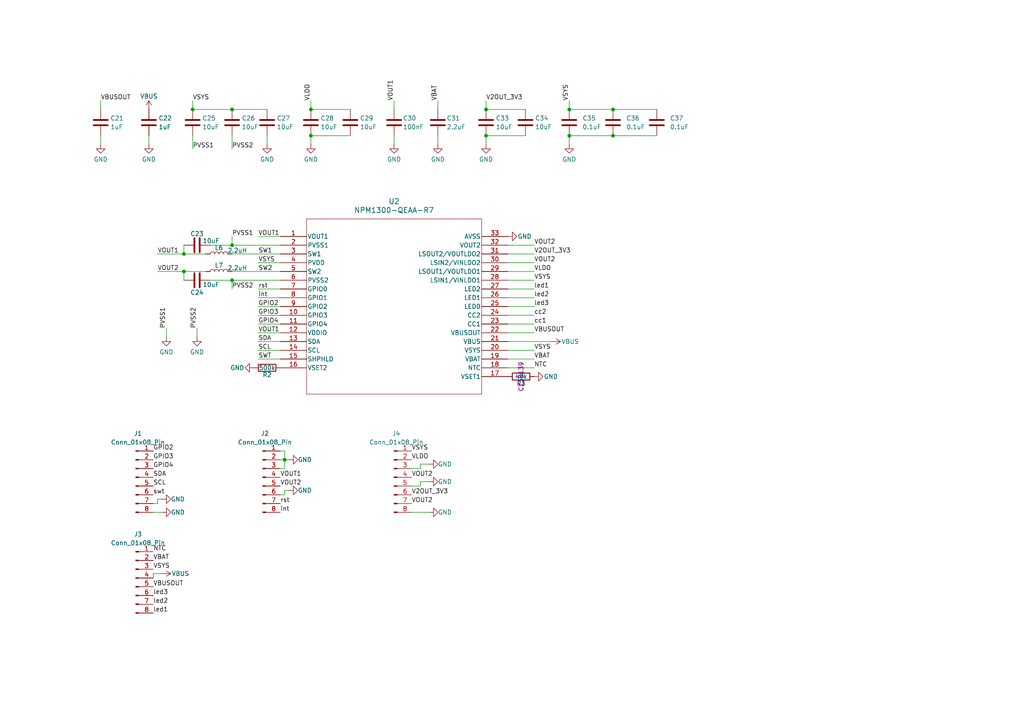
<source format=kicad_sch>
(kicad_sch
	(version 20250114)
	(generator "eeschema")
	(generator_version "9.0")
	(uuid "06163e19-7be0-459e-847b-445b5b7a177f")
	(paper "A4")
	(lib_symbols
		(symbol "Connector:Conn_01x08_Pin"
			(pin_names
				(offset 1.016)
				(hide yes)
			)
			(exclude_from_sim no)
			(in_bom yes)
			(on_board yes)
			(property "Reference" "J"
				(at 0 10.16 0)
				(effects
					(font
						(size 1.27 1.27)
					)
				)
			)
			(property "Value" "Conn_01x08_Pin"
				(at 0 -12.7 0)
				(effects
					(font
						(size 1.27 1.27)
					)
				)
			)
			(property "Footprint" ""
				(at 0 0 0)
				(effects
					(font
						(size 1.27 1.27)
					)
					(hide yes)
				)
			)
			(property "Datasheet" "~"
				(at 0 0 0)
				(effects
					(font
						(size 1.27 1.27)
					)
					(hide yes)
				)
			)
			(property "Description" "Generic connector, single row, 01x08, script generated"
				(at 0 0 0)
				(effects
					(font
						(size 1.27 1.27)
					)
					(hide yes)
				)
			)
			(property "ki_locked" ""
				(at 0 0 0)
				(effects
					(font
						(size 1.27 1.27)
					)
				)
			)
			(property "ki_keywords" "connector"
				(at 0 0 0)
				(effects
					(font
						(size 1.27 1.27)
					)
					(hide yes)
				)
			)
			(property "ki_fp_filters" "Connector*:*_1x??_*"
				(at 0 0 0)
				(effects
					(font
						(size 1.27 1.27)
					)
					(hide yes)
				)
			)
			(symbol "Conn_01x08_Pin_1_1"
				(rectangle
					(start 0.8636 7.747)
					(end 0 7.493)
					(stroke
						(width 0.1524)
						(type default)
					)
					(fill
						(type outline)
					)
				)
				(rectangle
					(start 0.8636 5.207)
					(end 0 4.953)
					(stroke
						(width 0.1524)
						(type default)
					)
					(fill
						(type outline)
					)
				)
				(rectangle
					(start 0.8636 2.667)
					(end 0 2.413)
					(stroke
						(width 0.1524)
						(type default)
					)
					(fill
						(type outline)
					)
				)
				(rectangle
					(start 0.8636 0.127)
					(end 0 -0.127)
					(stroke
						(width 0.1524)
						(type default)
					)
					(fill
						(type outline)
					)
				)
				(rectangle
					(start 0.8636 -2.413)
					(end 0 -2.667)
					(stroke
						(width 0.1524)
						(type default)
					)
					(fill
						(type outline)
					)
				)
				(rectangle
					(start 0.8636 -4.953)
					(end 0 -5.207)
					(stroke
						(width 0.1524)
						(type default)
					)
					(fill
						(type outline)
					)
				)
				(rectangle
					(start 0.8636 -7.493)
					(end 0 -7.747)
					(stroke
						(width 0.1524)
						(type default)
					)
					(fill
						(type outline)
					)
				)
				(rectangle
					(start 0.8636 -10.033)
					(end 0 -10.287)
					(stroke
						(width 0.1524)
						(type default)
					)
					(fill
						(type outline)
					)
				)
				(polyline
					(pts
						(xy 1.27 7.62) (xy 0.8636 7.62)
					)
					(stroke
						(width 0.1524)
						(type default)
					)
					(fill
						(type none)
					)
				)
				(polyline
					(pts
						(xy 1.27 5.08) (xy 0.8636 5.08)
					)
					(stroke
						(width 0.1524)
						(type default)
					)
					(fill
						(type none)
					)
				)
				(polyline
					(pts
						(xy 1.27 2.54) (xy 0.8636 2.54)
					)
					(stroke
						(width 0.1524)
						(type default)
					)
					(fill
						(type none)
					)
				)
				(polyline
					(pts
						(xy 1.27 0) (xy 0.8636 0)
					)
					(stroke
						(width 0.1524)
						(type default)
					)
					(fill
						(type none)
					)
				)
				(polyline
					(pts
						(xy 1.27 -2.54) (xy 0.8636 -2.54)
					)
					(stroke
						(width 0.1524)
						(type default)
					)
					(fill
						(type none)
					)
				)
				(polyline
					(pts
						(xy 1.27 -5.08) (xy 0.8636 -5.08)
					)
					(stroke
						(width 0.1524)
						(type default)
					)
					(fill
						(type none)
					)
				)
				(polyline
					(pts
						(xy 1.27 -7.62) (xy 0.8636 -7.62)
					)
					(stroke
						(width 0.1524)
						(type default)
					)
					(fill
						(type none)
					)
				)
				(polyline
					(pts
						(xy 1.27 -10.16) (xy 0.8636 -10.16)
					)
					(stroke
						(width 0.1524)
						(type default)
					)
					(fill
						(type none)
					)
				)
				(pin passive line
					(at 5.08 7.62 180)
					(length 3.81)
					(name "Pin_1"
						(effects
							(font
								(size 1.27 1.27)
							)
						)
					)
					(number "1"
						(effects
							(font
								(size 1.27 1.27)
							)
						)
					)
				)
				(pin passive line
					(at 5.08 5.08 180)
					(length 3.81)
					(name "Pin_2"
						(effects
							(font
								(size 1.27 1.27)
							)
						)
					)
					(number "2"
						(effects
							(font
								(size 1.27 1.27)
							)
						)
					)
				)
				(pin passive line
					(at 5.08 2.54 180)
					(length 3.81)
					(name "Pin_3"
						(effects
							(font
								(size 1.27 1.27)
							)
						)
					)
					(number "3"
						(effects
							(font
								(size 1.27 1.27)
							)
						)
					)
				)
				(pin passive line
					(at 5.08 0 180)
					(length 3.81)
					(name "Pin_4"
						(effects
							(font
								(size 1.27 1.27)
							)
						)
					)
					(number "4"
						(effects
							(font
								(size 1.27 1.27)
							)
						)
					)
				)
				(pin passive line
					(at 5.08 -2.54 180)
					(length 3.81)
					(name "Pin_5"
						(effects
							(font
								(size 1.27 1.27)
							)
						)
					)
					(number "5"
						(effects
							(font
								(size 1.27 1.27)
							)
						)
					)
				)
				(pin passive line
					(at 5.08 -5.08 180)
					(length 3.81)
					(name "Pin_6"
						(effects
							(font
								(size 1.27 1.27)
							)
						)
					)
					(number "6"
						(effects
							(font
								(size 1.27 1.27)
							)
						)
					)
				)
				(pin passive line
					(at 5.08 -7.62 180)
					(length 3.81)
					(name "Pin_7"
						(effects
							(font
								(size 1.27 1.27)
							)
						)
					)
					(number "7"
						(effects
							(font
								(size 1.27 1.27)
							)
						)
					)
				)
				(pin passive line
					(at 5.08 -10.16 180)
					(length 3.81)
					(name "Pin_8"
						(effects
							(font
								(size 1.27 1.27)
							)
						)
					)
					(number "8"
						(effects
							(font
								(size 1.27 1.27)
							)
						)
					)
				)
			)
			(embedded_fonts no)
		)
		(symbol "Device:C"
			(pin_numbers
				(hide yes)
			)
			(pin_names
				(offset 0.254)
			)
			(exclude_from_sim no)
			(in_bom yes)
			(on_board yes)
			(property "Reference" "C"
				(at 0.635 2.54 0)
				(effects
					(font
						(size 1.27 1.27)
					)
					(justify left)
				)
			)
			(property "Value" "C"
				(at 0.635 -2.54 0)
				(effects
					(font
						(size 1.27 1.27)
					)
					(justify left)
				)
			)
			(property "Footprint" ""
				(at 0.9652 -3.81 0)
				(effects
					(font
						(size 1.27 1.27)
					)
					(hide yes)
				)
			)
			(property "Datasheet" "~"
				(at 0 0 0)
				(effects
					(font
						(size 1.27 1.27)
					)
					(hide yes)
				)
			)
			(property "Description" "Unpolarized capacitor"
				(at 0 0 0)
				(effects
					(font
						(size 1.27 1.27)
					)
					(hide yes)
				)
			)
			(property "ki_keywords" "cap capacitor"
				(at 0 0 0)
				(effects
					(font
						(size 1.27 1.27)
					)
					(hide yes)
				)
			)
			(property "ki_fp_filters" "C_*"
				(at 0 0 0)
				(effects
					(font
						(size 1.27 1.27)
					)
					(hide yes)
				)
			)
			(symbol "C_0_1"
				(polyline
					(pts
						(xy -2.032 0.762) (xy 2.032 0.762)
					)
					(stroke
						(width 0.508)
						(type default)
					)
					(fill
						(type none)
					)
				)
				(polyline
					(pts
						(xy -2.032 -0.762) (xy 2.032 -0.762)
					)
					(stroke
						(width 0.508)
						(type default)
					)
					(fill
						(type none)
					)
				)
			)
			(symbol "C_1_1"
				(pin passive line
					(at 0 3.81 270)
					(length 2.794)
					(name "~"
						(effects
							(font
								(size 1.27 1.27)
							)
						)
					)
					(number "1"
						(effects
							(font
								(size 1.27 1.27)
							)
						)
					)
				)
				(pin passive line
					(at 0 -3.81 90)
					(length 2.794)
					(name "~"
						(effects
							(font
								(size 1.27 1.27)
							)
						)
					)
					(number "2"
						(effects
							(font
								(size 1.27 1.27)
							)
						)
					)
				)
			)
			(embedded_fonts no)
		)
		(symbol "Device:L"
			(pin_numbers
				(hide yes)
			)
			(pin_names
				(offset 1.016)
				(hide yes)
			)
			(exclude_from_sim no)
			(in_bom yes)
			(on_board yes)
			(property "Reference" "L"
				(at -1.27 0 90)
				(effects
					(font
						(size 1.27 1.27)
					)
				)
			)
			(property "Value" "L"
				(at 1.905 0 90)
				(effects
					(font
						(size 1.27 1.27)
					)
				)
			)
			(property "Footprint" ""
				(at 0 0 0)
				(effects
					(font
						(size 1.27 1.27)
					)
					(hide yes)
				)
			)
			(property "Datasheet" "~"
				(at 0 0 0)
				(effects
					(font
						(size 1.27 1.27)
					)
					(hide yes)
				)
			)
			(property "Description" "Inductor"
				(at 0 0 0)
				(effects
					(font
						(size 1.27 1.27)
					)
					(hide yes)
				)
			)
			(property "ki_keywords" "inductor choke coil reactor magnetic"
				(at 0 0 0)
				(effects
					(font
						(size 1.27 1.27)
					)
					(hide yes)
				)
			)
			(property "ki_fp_filters" "Choke_* *Coil* Inductor_* L_*"
				(at 0 0 0)
				(effects
					(font
						(size 1.27 1.27)
					)
					(hide yes)
				)
			)
			(symbol "L_0_1"
				(arc
					(start 0 2.54)
					(mid 0.6323 1.905)
					(end 0 1.27)
					(stroke
						(width 0)
						(type default)
					)
					(fill
						(type none)
					)
				)
				(arc
					(start 0 1.27)
					(mid 0.6323 0.635)
					(end 0 0)
					(stroke
						(width 0)
						(type default)
					)
					(fill
						(type none)
					)
				)
				(arc
					(start 0 0)
					(mid 0.6323 -0.635)
					(end 0 -1.27)
					(stroke
						(width 0)
						(type default)
					)
					(fill
						(type none)
					)
				)
				(arc
					(start 0 -1.27)
					(mid 0.6323 -1.905)
					(end 0 -2.54)
					(stroke
						(width 0)
						(type default)
					)
					(fill
						(type none)
					)
				)
			)
			(symbol "L_1_1"
				(pin passive line
					(at 0 3.81 270)
					(length 1.27)
					(name "1"
						(effects
							(font
								(size 1.27 1.27)
							)
						)
					)
					(number "1"
						(effects
							(font
								(size 1.27 1.27)
							)
						)
					)
				)
				(pin passive line
					(at 0 -3.81 90)
					(length 1.27)
					(name "2"
						(effects
							(font
								(size 1.27 1.27)
							)
						)
					)
					(number "2"
						(effects
							(font
								(size 1.27 1.27)
							)
						)
					)
				)
			)
			(embedded_fonts no)
		)
		(symbol "Device:R"
			(pin_numbers
				(hide yes)
			)
			(pin_names
				(offset 0)
			)
			(exclude_from_sim no)
			(in_bom yes)
			(on_board yes)
			(property "Reference" "R"
				(at 2.032 0 90)
				(effects
					(font
						(size 1.27 1.27)
					)
				)
			)
			(property "Value" "R"
				(at 0 0 90)
				(effects
					(font
						(size 1.27 1.27)
					)
				)
			)
			(property "Footprint" ""
				(at -1.778 0 90)
				(effects
					(font
						(size 1.27 1.27)
					)
					(hide yes)
				)
			)
			(property "Datasheet" "~"
				(at 0 0 0)
				(effects
					(font
						(size 1.27 1.27)
					)
					(hide yes)
				)
			)
			(property "Description" "Resistor"
				(at 0 0 0)
				(effects
					(font
						(size 1.27 1.27)
					)
					(hide yes)
				)
			)
			(property "ki_keywords" "R res resistor"
				(at 0 0 0)
				(effects
					(font
						(size 1.27 1.27)
					)
					(hide yes)
				)
			)
			(property "ki_fp_filters" "R_*"
				(at 0 0 0)
				(effects
					(font
						(size 1.27 1.27)
					)
					(hide yes)
				)
			)
			(symbol "R_0_1"
				(rectangle
					(start -1.016 -2.54)
					(end 1.016 2.54)
					(stroke
						(width 0.254)
						(type default)
					)
					(fill
						(type none)
					)
				)
			)
			(symbol "R_1_1"
				(pin passive line
					(at 0 3.81 270)
					(length 1.27)
					(name "~"
						(effects
							(font
								(size 1.27 1.27)
							)
						)
					)
					(number "1"
						(effects
							(font
								(size 1.27 1.27)
							)
						)
					)
				)
				(pin passive line
					(at 0 -3.81 90)
					(length 1.27)
					(name "~"
						(effects
							(font
								(size 1.27 1.27)
							)
						)
					)
					(number "2"
						(effects
							(font
								(size 1.27 1.27)
							)
						)
					)
				)
			)
			(embedded_fonts no)
		)
		(symbol "nPM1300:NPM1300-QEAA-R7"
			(pin_names
				(offset 0.254)
			)
			(exclude_from_sim no)
			(in_bom yes)
			(on_board yes)
			(property "Reference" "U"
				(at 33.02 10.16 0)
				(effects
					(font
						(size 1.524 1.524)
					)
				)
			)
			(property "Value" "NPM1300-QEAA-R7"
				(at 33.02 7.62 0)
				(effects
					(font
						(size 1.524 1.524)
					)
				)
			)
			(property "Footprint" "QFN32_5X5_NOR"
				(at 0 0 0)
				(effects
					(font
						(size 1.27 1.27)
						(italic yes)
					)
					(hide yes)
				)
			)
			(property "Datasheet" "NPM1300-QEAA-R7"
				(at 0 0 0)
				(effects
					(font
						(size 1.27 1.27)
						(italic yes)
					)
					(hide yes)
				)
			)
			(property "Description" ""
				(at 0 0 0)
				(effects
					(font
						(size 1.27 1.27)
					)
					(hide yes)
				)
			)
			(property "ki_locked" ""
				(at 0 0 0)
				(effects
					(font
						(size 1.27 1.27)
					)
				)
			)
			(property "ki_keywords" "NPM1300-QEAA-R7"
				(at 0 0 0)
				(effects
					(font
						(size 1.27 1.27)
					)
					(hide yes)
				)
			)
			(property "ki_fp_filters" "QFN32_5X5_NOR QFN32_5X5_NOR-M QFN32_5X5_NOR-L"
				(at 0 0 0)
				(effects
					(font
						(size 1.27 1.27)
					)
					(hide yes)
				)
			)
			(symbol "NPM1300-QEAA-R7_0_1"
				(polyline
					(pts
						(xy 7.62 5.08) (xy 7.62 -45.72)
					)
					(stroke
						(width 0.127)
						(type default)
					)
					(fill
						(type none)
					)
				)
				(polyline
					(pts
						(xy 7.62 -45.72) (xy 58.42 -45.72)
					)
					(stroke
						(width 0.127)
						(type default)
					)
					(fill
						(type none)
					)
				)
				(polyline
					(pts
						(xy 58.42 5.08) (xy 7.62 5.08)
					)
					(stroke
						(width 0.127)
						(type default)
					)
					(fill
						(type none)
					)
				)
				(polyline
					(pts
						(xy 58.42 -45.72) (xy 58.42 5.08)
					)
					(stroke
						(width 0.127)
						(type default)
					)
					(fill
						(type none)
					)
				)
				(pin power_in line
					(at 0 0 0)
					(length 7.62)
					(name "VOUT1"
						(effects
							(font
								(size 1.27 1.27)
							)
						)
					)
					(number "1"
						(effects
							(font
								(size 1.27 1.27)
							)
						)
					)
				)
				(pin power_out line
					(at 0 -2.54 0)
					(length 7.62)
					(name "PVSS1"
						(effects
							(font
								(size 1.27 1.27)
							)
						)
					)
					(number "2"
						(effects
							(font
								(size 1.27 1.27)
							)
						)
					)
				)
				(pin power_in line
					(at 0 -5.08 0)
					(length 7.62)
					(name "SW1"
						(effects
							(font
								(size 1.27 1.27)
							)
						)
					)
					(number "3"
						(effects
							(font
								(size 1.27 1.27)
							)
						)
					)
				)
				(pin power_in line
					(at 0 -7.62 0)
					(length 7.62)
					(name "PVDD"
						(effects
							(font
								(size 1.27 1.27)
							)
						)
					)
					(number "4"
						(effects
							(font
								(size 1.27 1.27)
							)
						)
					)
				)
				(pin power_in line
					(at 0 -10.16 0)
					(length 7.62)
					(name "SW2"
						(effects
							(font
								(size 1.27 1.27)
							)
						)
					)
					(number "5"
						(effects
							(font
								(size 1.27 1.27)
							)
						)
					)
				)
				(pin power_out line
					(at 0 -12.7 0)
					(length 7.62)
					(name "PVSS2"
						(effects
							(font
								(size 1.27 1.27)
							)
						)
					)
					(number "6"
						(effects
							(font
								(size 1.27 1.27)
							)
						)
					)
				)
				(pin bidirectional line
					(at 0 -15.24 0)
					(length 7.62)
					(name "GPIO0"
						(effects
							(font
								(size 1.27 1.27)
							)
						)
					)
					(number "7"
						(effects
							(font
								(size 1.27 1.27)
							)
						)
					)
				)
				(pin bidirectional line
					(at 0 -17.78 0)
					(length 7.62)
					(name "GPIO1"
						(effects
							(font
								(size 1.27 1.27)
							)
						)
					)
					(number "8"
						(effects
							(font
								(size 1.27 1.27)
							)
						)
					)
				)
				(pin bidirectional line
					(at 0 -20.32 0)
					(length 7.62)
					(name "GPIO2"
						(effects
							(font
								(size 1.27 1.27)
							)
						)
					)
					(number "9"
						(effects
							(font
								(size 1.27 1.27)
							)
						)
					)
				)
				(pin bidirectional line
					(at 0 -22.86 0)
					(length 7.62)
					(name "GPIO3"
						(effects
							(font
								(size 1.27 1.27)
							)
						)
					)
					(number "10"
						(effects
							(font
								(size 1.27 1.27)
							)
						)
					)
				)
				(pin bidirectional line
					(at 0 -25.4 0)
					(length 7.62)
					(name "GPIO4"
						(effects
							(font
								(size 1.27 1.27)
							)
						)
					)
					(number "11"
						(effects
							(font
								(size 1.27 1.27)
							)
						)
					)
				)
				(pin power_in line
					(at 0 -27.94 0)
					(length 7.62)
					(name "VDDIO"
						(effects
							(font
								(size 1.27 1.27)
							)
						)
					)
					(number "12"
						(effects
							(font
								(size 1.27 1.27)
							)
						)
					)
				)
				(pin bidirectional line
					(at 0 -30.48 0)
					(length 7.62)
					(name "SDA"
						(effects
							(font
								(size 1.27 1.27)
							)
						)
					)
					(number "13"
						(effects
							(font
								(size 1.27 1.27)
							)
						)
					)
				)
				(pin input line
					(at 0 -33.02 0)
					(length 7.62)
					(name "SCL"
						(effects
							(font
								(size 1.27 1.27)
							)
						)
					)
					(number "14"
						(effects
							(font
								(size 1.27 1.27)
							)
						)
					)
				)
				(pin input line
					(at 0 -35.56 0)
					(length 7.62)
					(name "SHPHLD"
						(effects
							(font
								(size 1.27 1.27)
							)
						)
					)
					(number "15"
						(effects
							(font
								(size 1.27 1.27)
							)
						)
					)
				)
				(pin unspecified line
					(at 0 -38.1 0)
					(length 7.62)
					(name "VSET2"
						(effects
							(font
								(size 1.27 1.27)
							)
						)
					)
					(number "16"
						(effects
							(font
								(size 1.27 1.27)
							)
						)
					)
				)
				(pin power_out line
					(at 66.04 0 180)
					(length 7.62)
					(name "AVSS"
						(effects
							(font
								(size 1.27 1.27)
							)
						)
					)
					(number "33"
						(effects
							(font
								(size 1.27 1.27)
							)
						)
					)
				)
				(pin power_in line
					(at 66.04 -2.54 180)
					(length 7.62)
					(name "VOUT2"
						(effects
							(font
								(size 1.27 1.27)
							)
						)
					)
					(number "32"
						(effects
							(font
								(size 1.27 1.27)
							)
						)
					)
				)
				(pin power_in line
					(at 66.04 -5.08 180)
					(length 7.62)
					(name "LSOUT2/VOUTLDO2"
						(effects
							(font
								(size 1.27 1.27)
							)
						)
					)
					(number "31"
						(effects
							(font
								(size 1.27 1.27)
							)
						)
					)
				)
				(pin power_in line
					(at 66.04 -7.62 180)
					(length 7.62)
					(name "LSIN2/VINLDO2"
						(effects
							(font
								(size 1.27 1.27)
							)
						)
					)
					(number "30"
						(effects
							(font
								(size 1.27 1.27)
							)
						)
					)
				)
				(pin power_in line
					(at 66.04 -10.16 180)
					(length 7.62)
					(name "LSOUT1/VOUTLDO1"
						(effects
							(font
								(size 1.27 1.27)
							)
						)
					)
					(number "29"
						(effects
							(font
								(size 1.27 1.27)
							)
						)
					)
				)
				(pin power_in line
					(at 66.04 -12.7 180)
					(length 7.62)
					(name "LSIN1/VINLDO1"
						(effects
							(font
								(size 1.27 1.27)
							)
						)
					)
					(number "28"
						(effects
							(font
								(size 1.27 1.27)
							)
						)
					)
				)
				(pin unspecified line
					(at 66.04 -15.24 180)
					(length 7.62)
					(name "LED2"
						(effects
							(font
								(size 1.27 1.27)
							)
						)
					)
					(number "27"
						(effects
							(font
								(size 1.27 1.27)
							)
						)
					)
				)
				(pin unspecified line
					(at 66.04 -17.78 180)
					(length 7.62)
					(name "LED1"
						(effects
							(font
								(size 1.27 1.27)
							)
						)
					)
					(number "26"
						(effects
							(font
								(size 1.27 1.27)
							)
						)
					)
				)
				(pin unspecified line
					(at 66.04 -20.32 180)
					(length 7.62)
					(name "LED0"
						(effects
							(font
								(size 1.27 1.27)
							)
						)
					)
					(number "25"
						(effects
							(font
								(size 1.27 1.27)
							)
						)
					)
				)
				(pin unspecified line
					(at 66.04 -22.86 180)
					(length 7.62)
					(name "CC2"
						(effects
							(font
								(size 1.27 1.27)
							)
						)
					)
					(number "24"
						(effects
							(font
								(size 1.27 1.27)
							)
						)
					)
				)
				(pin unspecified line
					(at 66.04 -25.4 180)
					(length 7.62)
					(name "CC1"
						(effects
							(font
								(size 1.27 1.27)
							)
						)
					)
					(number "23"
						(effects
							(font
								(size 1.27 1.27)
							)
						)
					)
				)
				(pin unspecified line
					(at 66.04 -27.94 180)
					(length 7.62)
					(name "VBUSOUT"
						(effects
							(font
								(size 1.27 1.27)
							)
						)
					)
					(number "22"
						(effects
							(font
								(size 1.27 1.27)
							)
						)
					)
				)
				(pin power_in line
					(at 66.04 -30.48 180)
					(length 7.62)
					(name "VBUS"
						(effects
							(font
								(size 1.27 1.27)
							)
						)
					)
					(number "21"
						(effects
							(font
								(size 1.27 1.27)
							)
						)
					)
				)
				(pin power_in line
					(at 66.04 -33.02 180)
					(length 7.62)
					(name "VSYS"
						(effects
							(font
								(size 1.27 1.27)
							)
						)
					)
					(number "20"
						(effects
							(font
								(size 1.27 1.27)
							)
						)
					)
				)
				(pin power_in line
					(at 66.04 -35.56 180)
					(length 7.62)
					(name "VBAT"
						(effects
							(font
								(size 1.27 1.27)
							)
						)
					)
					(number "19"
						(effects
							(font
								(size 1.27 1.27)
							)
						)
					)
				)
				(pin unspecified line
					(at 66.04 -38.1 180)
					(length 7.62)
					(name "NTC"
						(effects
							(font
								(size 1.27 1.27)
							)
						)
					)
					(number "18"
						(effects
							(font
								(size 1.27 1.27)
							)
						)
					)
				)
				(pin unspecified line
					(at 66.04 -40.64 180)
					(length 7.62)
					(name "VSET1"
						(effects
							(font
								(size 1.27 1.27)
							)
						)
					)
					(number "17"
						(effects
							(font
								(size 1.27 1.27)
							)
						)
					)
				)
			)
			(embedded_fonts no)
		)
		(symbol "power:GND"
			(power)
			(pin_numbers
				(hide yes)
			)
			(pin_names
				(offset 0)
				(hide yes)
			)
			(exclude_from_sim no)
			(in_bom yes)
			(on_board yes)
			(property "Reference" "#PWR"
				(at 0 -6.35 0)
				(effects
					(font
						(size 1.27 1.27)
					)
					(hide yes)
				)
			)
			(property "Value" "GND"
				(at 0 -3.81 0)
				(effects
					(font
						(size 1.27 1.27)
					)
				)
			)
			(property "Footprint" ""
				(at 0 0 0)
				(effects
					(font
						(size 1.27 1.27)
					)
					(hide yes)
				)
			)
			(property "Datasheet" ""
				(at 0 0 0)
				(effects
					(font
						(size 1.27 1.27)
					)
					(hide yes)
				)
			)
			(property "Description" "Power symbol creates a global label with name \"GND\" , ground"
				(at 0 0 0)
				(effects
					(font
						(size 1.27 1.27)
					)
					(hide yes)
				)
			)
			(property "ki_keywords" "global power"
				(at 0 0 0)
				(effects
					(font
						(size 1.27 1.27)
					)
					(hide yes)
				)
			)
			(symbol "GND_0_1"
				(polyline
					(pts
						(xy 0 0) (xy 0 -1.27) (xy 1.27 -1.27) (xy 0 -2.54) (xy -1.27 -1.27) (xy 0 -1.27)
					)
					(stroke
						(width 0)
						(type default)
					)
					(fill
						(type none)
					)
				)
			)
			(symbol "GND_1_1"
				(pin power_in line
					(at 0 0 270)
					(length 0)
					(name "~"
						(effects
							(font
								(size 1.27 1.27)
							)
						)
					)
					(number "1"
						(effects
							(font
								(size 1.27 1.27)
							)
						)
					)
				)
			)
			(embedded_fonts no)
		)
		(symbol "power:VBUS"
			(power)
			(pin_numbers
				(hide yes)
			)
			(pin_names
				(offset 0)
				(hide yes)
			)
			(exclude_from_sim no)
			(in_bom yes)
			(on_board yes)
			(property "Reference" "#PWR"
				(at 0 -3.81 0)
				(effects
					(font
						(size 1.27 1.27)
					)
					(hide yes)
				)
			)
			(property "Value" "VBUS"
				(at 0 3.556 0)
				(effects
					(font
						(size 1.27 1.27)
					)
				)
			)
			(property "Footprint" ""
				(at 0 0 0)
				(effects
					(font
						(size 1.27 1.27)
					)
					(hide yes)
				)
			)
			(property "Datasheet" ""
				(at 0 0 0)
				(effects
					(font
						(size 1.27 1.27)
					)
					(hide yes)
				)
			)
			(property "Description" "Power symbol creates a global label with name \"VBUS\""
				(at 0 0 0)
				(effects
					(font
						(size 1.27 1.27)
					)
					(hide yes)
				)
			)
			(property "ki_keywords" "global power"
				(at 0 0 0)
				(effects
					(font
						(size 1.27 1.27)
					)
					(hide yes)
				)
			)
			(symbol "VBUS_0_1"
				(polyline
					(pts
						(xy -0.762 1.27) (xy 0 2.54)
					)
					(stroke
						(width 0)
						(type default)
					)
					(fill
						(type none)
					)
				)
				(polyline
					(pts
						(xy 0 2.54) (xy 0.762 1.27)
					)
					(stroke
						(width 0)
						(type default)
					)
					(fill
						(type none)
					)
				)
				(polyline
					(pts
						(xy 0 0) (xy 0 2.54)
					)
					(stroke
						(width 0)
						(type default)
					)
					(fill
						(type none)
					)
				)
			)
			(symbol "VBUS_1_1"
				(pin power_in line
					(at 0 0 90)
					(length 0)
					(name "~"
						(effects
							(font
								(size 1.27 1.27)
							)
						)
					)
					(number "1"
						(effects
							(font
								(size 1.27 1.27)
							)
						)
					)
				)
			)
			(embedded_fonts no)
		)
	)
	(junction
		(at 53.34 73.66)
		(diameter 0)
		(color 0 0 0 0)
		(uuid "119808da-70a5-40ce-ab50-76697fa33a52")
	)
	(junction
		(at 177.8 39.37)
		(diameter 0)
		(color 0 0 0 0)
		(uuid "20e16523-2f96-45c3-92e7-7ca61f3845b8")
	)
	(junction
		(at 177.8 31.75)
		(diameter 0)
		(color 0 0 0 0)
		(uuid "418293b7-c89c-4088-9000-04e9ffd8d392")
	)
	(junction
		(at 82.55 133.35)
		(diameter 0)
		(color 0 0 0 0)
		(uuid "741e4db4-6bb3-48ab-a028-75b79ba1e624")
	)
	(junction
		(at 67.31 81.28)
		(diameter 0)
		(color 0 0 0 0)
		(uuid "930a540b-1db2-4362-8c2a-194504cc8b78")
	)
	(junction
		(at 55.88 31.75)
		(diameter 0)
		(color 0 0 0 0)
		(uuid "ba696264-c018-4ef5-9c46-1f71abc60404")
	)
	(junction
		(at 90.17 39.37)
		(diameter 0)
		(color 0 0 0 0)
		(uuid "badf2c77-647e-4990-835d-5825f2c6c98f")
	)
	(junction
		(at 53.34 78.74)
		(diameter 0)
		(color 0 0 0 0)
		(uuid "c4e9a06c-e7d5-47e2-8d87-74c0a008aa9b")
	)
	(junction
		(at 140.97 39.37)
		(diameter 0)
		(color 0 0 0 0)
		(uuid "cb6167f6-f76b-4fe4-b828-bfdb9da63cb6")
	)
	(junction
		(at 67.31 71.12)
		(diameter 0)
		(color 0 0 0 0)
		(uuid "ccfaeb32-e0d5-4611-8ed6-447beb44cece")
	)
	(junction
		(at 67.31 31.75)
		(diameter 0)
		(color 0 0 0 0)
		(uuid "db5a57f3-0132-43a3-a529-829663a71dfd")
	)
	(junction
		(at 165.1 39.37)
		(diameter 0)
		(color 0 0 0 0)
		(uuid "f317ff43-5fff-4d43-8c43-46412fc3685f")
	)
	(junction
		(at 140.97 31.75)
		(diameter 0)
		(color 0 0 0 0)
		(uuid "f3529b67-53bb-47e1-8575-f9a21d970065")
	)
	(junction
		(at 90.17 31.75)
		(diameter 0)
		(color 0 0 0 0)
		(uuid "fbb95d0a-64f9-4eb8-b08e-0ffd617010b9")
	)
	(junction
		(at 165.1 31.75)
		(diameter 0)
		(color 0 0 0 0)
		(uuid "fc19b4ca-ec9b-4b73-afad-5e3bc2ac258b")
	)
	(wire
		(pts
			(xy 67.31 39.37) (xy 67.31 43.18)
		)
		(stroke
			(width 0)
			(type default)
		)
		(uuid "02cbb57e-a909-47bd-b617-32c3ad837be2")
	)
	(wire
		(pts
			(xy 165.1 29.21) (xy 165.1 31.75)
		)
		(stroke
			(width 0)
			(type default)
		)
		(uuid "05876d5b-4061-420f-9adb-1002e1d4fe82")
	)
	(wire
		(pts
			(xy 45.72 73.66) (xy 53.34 73.66)
		)
		(stroke
			(width 0)
			(type default)
		)
		(uuid "09e3f434-cc71-4590-951c-b2b3057388cb")
	)
	(wire
		(pts
			(xy 67.31 73.66) (xy 81.28 73.66)
		)
		(stroke
			(width 0)
			(type default)
		)
		(uuid "0f02d99d-6ec0-4b43-9426-2a9d4aeb5cf4")
	)
	(wire
		(pts
			(xy 124.46 134.62) (xy 121.92 134.62)
		)
		(stroke
			(width 0)
			(type default)
		)
		(uuid "1257531d-34e2-4d06-a782-c942b9674aa3")
	)
	(wire
		(pts
			(xy 53.34 78.74) (xy 59.69 78.74)
		)
		(stroke
			(width 0)
			(type default)
		)
		(uuid "134fce26-2f91-4a47-848f-40f4fd28cf4f")
	)
	(wire
		(pts
			(xy 165.1 39.37) (xy 177.8 39.37)
		)
		(stroke
			(width 0)
			(type default)
		)
		(uuid "14ea9225-b6ec-4535-8294-f2c1128b3f96")
	)
	(wire
		(pts
			(xy 160.02 99.06) (xy 147.32 99.06)
		)
		(stroke
			(width 0)
			(type default)
		)
		(uuid "15fc1e84-c247-46d0-b4e3-aa8b09209587")
	)
	(wire
		(pts
			(xy 43.18 39.37) (xy 43.18 41.91)
		)
		(stroke
			(width 0)
			(type default)
		)
		(uuid "1c2b62d6-fd59-40c1-a20f-c32f7cdd5ad9")
	)
	(wire
		(pts
			(xy 55.88 29.21) (xy 55.88 31.75)
		)
		(stroke
			(width 0)
			(type default)
		)
		(uuid "205f5aff-2019-4f40-84ff-647160f4ed74")
	)
	(wire
		(pts
			(xy 177.8 31.75) (xy 190.5 31.75)
		)
		(stroke
			(width 0)
			(type default)
		)
		(uuid "208d9407-ea22-4315-a8e5-374701a82614")
	)
	(wire
		(pts
			(xy 90.17 29.21) (xy 90.17 31.75)
		)
		(stroke
			(width 0)
			(type default)
		)
		(uuid "25ea91e7-d2c6-4947-b0fe-a7e3cbc28231")
	)
	(wire
		(pts
			(xy 154.94 106.68) (xy 147.32 106.68)
		)
		(stroke
			(width 0)
			(type default)
		)
		(uuid "26565e52-4011-4e23-ae11-327ade926a8d")
	)
	(wire
		(pts
			(xy 121.92 139.7) (xy 124.46 139.7)
		)
		(stroke
			(width 0)
			(type default)
		)
		(uuid "269c5e8c-f313-45a4-8b38-d0418ab45faf")
	)
	(wire
		(pts
			(xy 29.21 29.21) (xy 29.21 31.75)
		)
		(stroke
			(width 0)
			(type default)
		)
		(uuid "28ab641b-82e6-477e-a6c7-ca7f7eff1822")
	)
	(wire
		(pts
			(xy 67.31 68.58) (xy 67.31 71.12)
		)
		(stroke
			(width 0)
			(type default)
		)
		(uuid "2b95620b-c42f-44b1-8a2c-e7c01c43105e")
	)
	(wire
		(pts
			(xy 74.93 99.06) (xy 81.28 99.06)
		)
		(stroke
			(width 0)
			(type default)
		)
		(uuid "2be91c92-3ded-48e8-bb6c-b41644df4f39")
	)
	(wire
		(pts
			(xy 53.34 78.74) (xy 53.34 81.28)
		)
		(stroke
			(width 0)
			(type default)
		)
		(uuid "31788963-1e11-4302-8eae-69ddff85a2aa")
	)
	(wire
		(pts
			(xy 81.28 130.81) (xy 82.55 130.81)
		)
		(stroke
			(width 0)
			(type default)
		)
		(uuid "348c9b6a-13b9-4d19-8dc1-d44dec6a2224")
	)
	(wire
		(pts
			(xy 90.17 31.75) (xy 101.6 31.75)
		)
		(stroke
			(width 0)
			(type default)
		)
		(uuid "3f6a76a9-77dc-40ab-8e61-fe307634ac50")
	)
	(wire
		(pts
			(xy 74.93 101.6) (xy 81.28 101.6)
		)
		(stroke
			(width 0)
			(type default)
		)
		(uuid "3f8d290b-7c20-4a38-b5f0-acc86f3c62c7")
	)
	(wire
		(pts
			(xy 67.31 81.28) (xy 81.28 81.28)
		)
		(stroke
			(width 0)
			(type default)
		)
		(uuid "404f036d-8c64-4976-a754-b5109faa9061")
	)
	(wire
		(pts
			(xy 67.31 78.74) (xy 81.28 78.74)
		)
		(stroke
			(width 0)
			(type default)
		)
		(uuid "46fc60a7-5a07-4555-afe5-e73bb63980e0")
	)
	(wire
		(pts
			(xy 77.47 39.37) (xy 77.47 41.91)
		)
		(stroke
			(width 0)
			(type default)
		)
		(uuid "49fb2aed-b779-451b-a1aa-ebccd0ccc7af")
	)
	(wire
		(pts
			(xy 154.94 104.14) (xy 147.32 104.14)
		)
		(stroke
			(width 0)
			(type default)
		)
		(uuid "4f31b69b-1b90-4c8e-96bd-0deb6bd7b82b")
	)
	(wire
		(pts
			(xy 154.94 93.98) (xy 147.32 93.98)
		)
		(stroke
			(width 0)
			(type default)
		)
		(uuid "4f5ebf4b-5292-4012-a18c-ede3b713c3c1")
	)
	(wire
		(pts
			(xy 154.94 71.12) (xy 147.32 71.12)
		)
		(stroke
			(width 0)
			(type default)
		)
		(uuid "50365119-88f8-4380-82fb-78544fb64ae8")
	)
	(wire
		(pts
			(xy 90.17 39.37) (xy 90.17 41.91)
		)
		(stroke
			(width 0)
			(type default)
		)
		(uuid "51732acf-6d9f-4478-8d6e-cafe987512c0")
	)
	(wire
		(pts
			(xy 140.97 31.75) (xy 152.4 31.75)
		)
		(stroke
			(width 0)
			(type default)
		)
		(uuid "51f33b6f-4e9a-411e-b5da-5397a7966f1d")
	)
	(wire
		(pts
			(xy 154.94 91.44) (xy 147.32 91.44)
		)
		(stroke
			(width 0)
			(type default)
		)
		(uuid "5660b98b-ee2c-42cb-a2cd-5c6a439a594a")
	)
	(wire
		(pts
			(xy 44.45 166.37) (xy 44.45 167.64)
		)
		(stroke
			(width 0)
			(type default)
		)
		(uuid "56ee69c3-1c5d-447e-bf58-df0d1a7f8bdb")
	)
	(wire
		(pts
			(xy 154.94 73.66) (xy 147.32 73.66)
		)
		(stroke
			(width 0)
			(type default)
		)
		(uuid "571f93f0-f2ae-402a-a3f4-750fa74a2d08")
	)
	(wire
		(pts
			(xy 55.88 43.18) (xy 55.88 39.37)
		)
		(stroke
			(width 0)
			(type default)
		)
		(uuid "583f683f-4c6b-4bb3-8a5c-299fc9063545")
	)
	(wire
		(pts
			(xy 45.72 144.78) (xy 45.72 146.05)
		)
		(stroke
			(width 0)
			(type default)
		)
		(uuid "6eb80947-4af1-4979-9720-908f709285d7")
	)
	(wire
		(pts
			(xy 121.92 135.89) (xy 119.38 135.89)
		)
		(stroke
			(width 0)
			(type default)
		)
		(uuid "70946f22-c598-481e-bee1-656df2aef8d1")
	)
	(wire
		(pts
			(xy 154.94 88.9) (xy 147.32 88.9)
		)
		(stroke
			(width 0)
			(type default)
		)
		(uuid "74253200-48de-4117-9b95-9d354f86c665")
	)
	(wire
		(pts
			(xy 119.38 140.97) (xy 121.92 140.97)
		)
		(stroke
			(width 0)
			(type default)
		)
		(uuid "76bbede9-d861-485a-8814-20f115e7f309")
	)
	(wire
		(pts
			(xy 154.94 76.2) (xy 147.32 76.2)
		)
		(stroke
			(width 0)
			(type default)
		)
		(uuid "809937ab-0cc7-4504-b152-73723f81e00d")
	)
	(wire
		(pts
			(xy 74.93 88.9) (xy 81.28 88.9)
		)
		(stroke
			(width 0)
			(type default)
		)
		(uuid "814c6648-440b-4800-b1cc-8aef4f9c0250")
	)
	(wire
		(pts
			(xy 81.28 143.51) (xy 82.55 143.51)
		)
		(stroke
			(width 0)
			(type default)
		)
		(uuid "84520ad1-9f7d-47a9-a036-ddb8ad4ceebf")
	)
	(wire
		(pts
			(xy 119.38 148.59) (xy 124.46 148.59)
		)
		(stroke
			(width 0)
			(type default)
		)
		(uuid "85533405-65ab-4915-96ee-33f98f74a141")
	)
	(wire
		(pts
			(xy 154.94 101.6) (xy 147.32 101.6)
		)
		(stroke
			(width 0)
			(type default)
		)
		(uuid "894e0388-5891-4da7-8f54-691deefcd19f")
	)
	(wire
		(pts
			(xy 114.3 41.91) (xy 114.3 39.37)
		)
		(stroke
			(width 0)
			(type default)
		)
		(uuid "8a5f8273-7d39-403b-bbb1-444066e44b58")
	)
	(wire
		(pts
			(xy 154.94 78.74) (xy 147.32 78.74)
		)
		(stroke
			(width 0)
			(type default)
		)
		(uuid "8c7ebb53-3d01-428b-ace3-59fd5536b3b2")
	)
	(wire
		(pts
			(xy 67.31 83.82) (xy 67.31 81.28)
		)
		(stroke
			(width 0)
			(type default)
		)
		(uuid "8d0b9234-a880-40da-a32b-76de0357b089")
	)
	(wire
		(pts
			(xy 165.1 41.91) (xy 165.1 39.37)
		)
		(stroke
			(width 0)
			(type default)
		)
		(uuid "8f61927e-e4a3-473b-89f2-d671e197a9f2")
	)
	(wire
		(pts
			(xy 74.93 86.36) (xy 81.28 86.36)
		)
		(stroke
			(width 0)
			(type default)
		)
		(uuid "92a28068-3614-4617-bbe5-1a0a57f7d41b")
	)
	(wire
		(pts
			(xy 53.34 71.12) (xy 53.34 73.66)
		)
		(stroke
			(width 0)
			(type default)
		)
		(uuid "94e3426e-f52a-4464-baec-68a1c548d655")
	)
	(wire
		(pts
			(xy 74.93 83.82) (xy 81.28 83.82)
		)
		(stroke
			(width 0)
			(type default)
		)
		(uuid "94f729cb-ad9c-4136-bdd1-b4e5ab40f7eb")
	)
	(wire
		(pts
			(xy 46.99 166.37) (xy 44.45 166.37)
		)
		(stroke
			(width 0)
			(type default)
		)
		(uuid "9b7dab41-c0a8-4222-a111-3a9957b2a14c")
	)
	(wire
		(pts
			(xy 48.26 97.79) (xy 48.26 95.25)
		)
		(stroke
			(width 0)
			(type default)
		)
		(uuid "a27f1047-3c80-4258-b731-e8079f467494")
	)
	(wire
		(pts
			(xy 177.8 39.37) (xy 190.5 39.37)
		)
		(stroke
			(width 0)
			(type default)
		)
		(uuid "a2aff7da-a5fc-4920-8492-b4d1539b3f80")
	)
	(wire
		(pts
			(xy 74.93 104.14) (xy 81.28 104.14)
		)
		(stroke
			(width 0)
			(type default)
		)
		(uuid "a6a6d981-ee80-4fcc-ba7c-f67b33775a9a")
	)
	(wire
		(pts
			(xy 29.21 39.37) (xy 29.21 41.91)
		)
		(stroke
			(width 0)
			(type default)
		)
		(uuid "a7dae4a1-ca41-4866-90ef-0f42d9e7b8be")
	)
	(wire
		(pts
			(xy 60.96 71.12) (xy 67.31 71.12)
		)
		(stroke
			(width 0)
			(type default)
		)
		(uuid "abaeddac-81ec-413d-b637-c2ed2b0d28f1")
	)
	(wire
		(pts
			(xy 121.92 140.97) (xy 121.92 139.7)
		)
		(stroke
			(width 0)
			(type default)
		)
		(uuid "ac88a690-89db-4826-af73-51ccdc7ae380")
	)
	(wire
		(pts
			(xy 90.17 39.37) (xy 101.6 39.37)
		)
		(stroke
			(width 0)
			(type default)
		)
		(uuid "b2788ddb-7f08-495a-89b6-cb2c5458cbad")
	)
	(wire
		(pts
			(xy 127 29.21) (xy 127 31.75)
		)
		(stroke
			(width 0)
			(type default)
		)
		(uuid "b2d54675-bb59-4061-b0b8-4ce05a03c28e")
	)
	(wire
		(pts
			(xy 55.88 31.75) (xy 67.31 31.75)
		)
		(stroke
			(width 0)
			(type default)
		)
		(uuid "b4ccdd68-ffef-4353-8cc4-e6b8eece70f1")
	)
	(wire
		(pts
			(xy 82.55 130.81) (xy 82.55 133.35)
		)
		(stroke
			(width 0)
			(type default)
		)
		(uuid "be56635e-9449-486c-88cd-10684f454b17")
	)
	(wire
		(pts
			(xy 140.97 39.37) (xy 140.97 41.91)
		)
		(stroke
			(width 0)
			(type default)
		)
		(uuid "c0d45c9e-135a-480f-909b-51c135630393")
	)
	(wire
		(pts
			(xy 45.72 146.05) (xy 44.45 146.05)
		)
		(stroke
			(width 0)
			(type default)
		)
		(uuid "c1e308ea-5d83-4821-8196-2f1ae3366d71")
	)
	(wire
		(pts
			(xy 140.97 39.37) (xy 152.4 39.37)
		)
		(stroke
			(width 0)
			(type default)
		)
		(uuid "c7e7bc87-66d1-47ef-89ae-cc1745aac2d3")
	)
	(wire
		(pts
			(xy 44.45 148.59) (xy 46.99 148.59)
		)
		(stroke
			(width 0)
			(type default)
		)
		(uuid "c81bc324-fea6-4b75-ba8d-42078d7a4c2e")
	)
	(wire
		(pts
			(xy 81.28 135.89) (xy 82.55 135.89)
		)
		(stroke
			(width 0)
			(type default)
		)
		(uuid "ca185ec1-0d66-4a76-ab45-fa709a5d1ff7")
	)
	(wire
		(pts
			(xy 82.55 133.35) (xy 83.82 133.35)
		)
		(stroke
			(width 0)
			(type default)
		)
		(uuid "cba5be57-d5e0-4e7a-83aa-e95c8e968a87")
	)
	(wire
		(pts
			(xy 82.55 142.24) (xy 83.82 142.24)
		)
		(stroke
			(width 0)
			(type default)
		)
		(uuid "cc0632a3-1da1-4f5e-840a-85dc29c441bf")
	)
	(wire
		(pts
			(xy 53.34 73.66) (xy 59.69 73.66)
		)
		(stroke
			(width 0)
			(type default)
		)
		(uuid "ccc89a32-3af4-4479-869d-1cdb22049c4c")
	)
	(wire
		(pts
			(xy 74.93 91.44) (xy 81.28 91.44)
		)
		(stroke
			(width 0)
			(type default)
		)
		(uuid "cf4f78a0-960e-40da-818d-96d153147f5c")
	)
	(wire
		(pts
			(xy 67.31 31.75) (xy 77.47 31.75)
		)
		(stroke
			(width 0)
			(type default)
		)
		(uuid "cfb1131a-194f-44d0-ae07-2caa18d72b8e")
	)
	(wire
		(pts
			(xy 154.94 86.36) (xy 147.32 86.36)
		)
		(stroke
			(width 0)
			(type default)
		)
		(uuid "cfcde129-b867-4dc7-b61f-b168d45c6cb4")
	)
	(wire
		(pts
			(xy 74.93 96.52) (xy 81.28 96.52)
		)
		(stroke
			(width 0)
			(type default)
		)
		(uuid "d04fc1ac-2b55-478c-94c8-2befa1941eea")
	)
	(wire
		(pts
			(xy 74.93 76.2) (xy 81.28 76.2)
		)
		(stroke
			(width 0)
			(type default)
		)
		(uuid "d526994d-8512-4831-9dae-f272e7e99f2e")
	)
	(wire
		(pts
			(xy 165.1 31.75) (xy 177.8 31.75)
		)
		(stroke
			(width 0)
			(type default)
		)
		(uuid "d6b4c47e-c607-4faf-9831-c409f4294400")
	)
	(wire
		(pts
			(xy 121.92 134.62) (xy 121.92 135.89)
		)
		(stroke
			(width 0)
			(type default)
		)
		(uuid "d7377999-7cbc-4f95-af72-56965f426036")
	)
	(wire
		(pts
			(xy 140.97 29.21) (xy 140.97 31.75)
		)
		(stroke
			(width 0)
			(type default)
		)
		(uuid "dbdfa655-80f1-4cb3-8898-43f62040d465")
	)
	(wire
		(pts
			(xy 45.72 144.78) (xy 46.99 144.78)
		)
		(stroke
			(width 0)
			(type default)
		)
		(uuid "dc0b7030-6439-492b-ae74-654028656755")
	)
	(wire
		(pts
			(xy 82.55 143.51) (xy 82.55 142.24)
		)
		(stroke
			(width 0)
			(type default)
		)
		(uuid "ddb468ab-b202-4e31-b9b7-c2269c5b06fa")
	)
	(wire
		(pts
			(xy 74.93 68.58) (xy 81.28 68.58)
		)
		(stroke
			(width 0)
			(type default)
		)
		(uuid "de935ffd-4367-4679-90e0-359bf13de519")
	)
	(wire
		(pts
			(xy 60.96 81.28) (xy 67.31 81.28)
		)
		(stroke
			(width 0)
			(type default)
		)
		(uuid "df11b415-9210-43fc-a2cd-f12aa7e351da")
	)
	(wire
		(pts
			(xy 57.15 97.79) (xy 57.15 95.25)
		)
		(stroke
			(width 0)
			(type default)
		)
		(uuid "e0bdc002-1b11-42b0-98cc-7d99ae1f962d")
	)
	(wire
		(pts
			(xy 74.93 93.98) (xy 81.28 93.98)
		)
		(stroke
			(width 0)
			(type default)
		)
		(uuid "e2d12e3a-abe0-4121-929a-e310f1dce483")
	)
	(wire
		(pts
			(xy 81.28 133.35) (xy 82.55 133.35)
		)
		(stroke
			(width 0)
			(type default)
		)
		(uuid "eac0ec3c-d770-4435-98c0-ea27192ec399")
	)
	(wire
		(pts
			(xy 127 39.37) (xy 127 41.91)
		)
		(stroke
			(width 0)
			(type default)
		)
		(uuid "edab6738-a907-4e97-a6cd-4f3748faba4a")
	)
	(wire
		(pts
			(xy 45.72 78.74) (xy 53.34 78.74)
		)
		(stroke
			(width 0)
			(type default)
		)
		(uuid "f4226cf0-5f85-478b-aadb-b556008d57c0")
	)
	(wire
		(pts
			(xy 154.94 81.28) (xy 147.32 81.28)
		)
		(stroke
			(width 0)
			(type default)
		)
		(uuid "faf271df-896f-41fe-b443-f8d69e48db70")
	)
	(wire
		(pts
			(xy 154.94 83.82) (xy 147.32 83.82)
		)
		(stroke
			(width 0)
			(type default)
		)
		(uuid "fb58df06-2fdd-46b7-a844-04c78b474882")
	)
	(wire
		(pts
			(xy 114.3 29.21) (xy 114.3 31.75)
		)
		(stroke
			(width 0)
			(type default)
		)
		(uuid "fc9379c2-d50b-46f2-b0c8-d2eff5f9c59a")
	)
	(wire
		(pts
			(xy 154.94 96.52) (xy 147.32 96.52)
		)
		(stroke
			(width 0)
			(type default)
		)
		(uuid "fc9ac4e6-8b16-4b50-9f16-4b141cb1238f")
	)
	(wire
		(pts
			(xy 67.31 71.12) (xy 81.28 71.12)
		)
		(stroke
			(width 0)
			(type default)
		)
		(uuid "fd8d599d-a7de-4298-b93b-124535efc734")
	)
	(wire
		(pts
			(xy 82.55 135.89) (xy 82.55 133.35)
		)
		(stroke
			(width 0)
			(type default)
		)
		(uuid "ff98029e-ad30-4cfc-b8cd-1227b31e2fca")
	)
	(label "GPIO4"
		(at 44.45 135.89 0)
		(effects
			(font
				(size 1.27 1.27)
			)
			(justify left bottom)
		)
		(uuid "04214162-196f-4350-ae10-61ace8257369")
	)
	(label "rst"
		(at 81.28 146.05 0)
		(effects
			(font
				(size 1.27 1.27)
			)
			(justify left bottom)
		)
		(uuid "0afe5d6c-97a1-4fad-96f8-6c905c4b3d57")
	)
	(label "PVSS2"
		(at 67.31 83.82 0)
		(effects
			(font
				(size 1.27 1.27)
			)
			(justify left bottom)
		)
		(uuid "0c03584c-a0ac-4273-8b99-a26cb0a9c6df")
	)
	(label "VOUT2"
		(at 45.72 78.74 0)
		(effects
			(font
				(size 1.27 1.27)
			)
			(justify left bottom)
		)
		(uuid "120715bb-1480-4d20-ab8d-4f9a84d270bd")
	)
	(label "V2OUT_3V3"
		(at 154.94 73.66 0)
		(effects
			(font
				(size 1.27 1.27)
			)
			(justify left bottom)
		)
		(uuid "13e23b67-2b3c-40f7-96f2-da52d1f43ad4")
	)
	(label "VSYS"
		(at 119.38 130.81 0)
		(effects
			(font
				(size 1.27 1.27)
			)
			(justify left bottom)
		)
		(uuid "15e3c98b-0d1f-43a8-98c7-77250a59f193")
	)
	(label "led3"
		(at 44.45 172.72 0)
		(effects
			(font
				(size 1.27 1.27)
			)
			(justify left bottom)
		)
		(uuid "19d50ea6-42f3-4e08-a421-5d0b39bc8072")
	)
	(label "led3"
		(at 154.94 88.9 0)
		(effects
			(font
				(size 1.27 1.27)
			)
			(justify left bottom)
		)
		(uuid "1d1db2cc-4f83-4eb9-a229-ed7c57334170")
	)
	(label "PVSS2"
		(at 57.15 95.25 90)
		(effects
			(font
				(size 1.27 1.27)
			)
			(justify left bottom)
		)
		(uuid "1e1afb83-209c-4e79-9095-e8f02ebc4be1")
	)
	(label "led1"
		(at 154.94 83.82 0)
		(effects
			(font
				(size 1.27 1.27)
			)
			(justify left bottom)
		)
		(uuid "2be99e41-0071-4c4f-9e74-bc9408956829")
	)
	(label "swt"
		(at 44.45 143.51 0)
		(effects
			(font
				(size 1.27 1.27)
			)
			(justify left bottom)
		)
		(uuid "2d1720f9-c579-4d8b-a906-ad78828e588e")
	)
	(label "cc1"
		(at 154.94 93.98 0)
		(effects
			(font
				(size 1.27 1.27)
			)
			(justify left bottom)
		)
		(uuid "2d2ec9d8-4c12-45a3-b759-dc961fc365e0")
	)
	(label "VOUT2"
		(at 81.28 140.97 0)
		(effects
			(font
				(size 1.27 1.27)
			)
			(justify left bottom)
		)
		(uuid "3837a6f1-99e1-4953-8193-c0b799d80113")
	)
	(label "GPIO4"
		(at 74.93 93.98 0)
		(effects
			(font
				(size 1.27 1.27)
			)
			(justify left bottom)
		)
		(uuid "3ea19324-01ce-4703-a83d-5541ff6f3ee8")
	)
	(label "VLDO"
		(at 90.17 29.21 90)
		(effects
			(font
				(size 1.27 1.27)
			)
			(justify left bottom)
		)
		(uuid "45c42487-a4e1-4609-90bb-c1358fc657a0")
	)
	(label "led2"
		(at 44.45 175.26 0)
		(effects
			(font
				(size 1.27 1.27)
			)
			(justify left bottom)
		)
		(uuid "5761cd43-ad61-4b54-b5d1-65e08a75a6a3")
	)
	(label "PVSS2"
		(at 67.31 43.18 0)
		(effects
			(font
				(size 1.27 1.27)
			)
			(justify left bottom)
		)
		(uuid "5c5785ae-1610-4aed-a947-2d6b4e444c87")
	)
	(label "VBUSOUT"
		(at 154.94 96.52 0)
		(effects
			(font
				(size 1.27 1.27)
			)
			(justify left bottom)
		)
		(uuid "5de71e77-31e4-4bb3-8984-70413700187b")
	)
	(label "VOUT1"
		(at 74.93 68.58 0)
		(effects
			(font
				(size 1.27 1.27)
			)
			(justify left bottom)
		)
		(uuid "5eb74f45-9ecd-4bc4-954b-ea84898a2f38")
	)
	(label "VLDO"
		(at 119.38 133.35 0)
		(effects
			(font
				(size 1.27 1.27)
			)
			(justify left bottom)
		)
		(uuid "5f68c1c1-35de-4110-8a95-df59b3b1891e")
	)
	(label "VBAT"
		(at 127 29.21 90)
		(effects
			(font
				(size 1.27 1.27)
			)
			(justify left bottom)
		)
		(uuid "62494cca-ae1c-423d-a207-12a01eef3ba9")
	)
	(label "SWT"
		(at 74.93 104.14 0)
		(effects
			(font
				(size 1.27 1.27)
			)
			(justify left bottom)
		)
		(uuid "6935040f-893b-4233-ae3c-aedb8f869f98")
	)
	(label "VOUT1"
		(at 81.28 138.43 0)
		(effects
			(font
				(size 1.27 1.27)
			)
			(justify left bottom)
		)
		(uuid "6f3051a0-3f0f-4eb7-837b-7fdd3ba708dd")
	)
	(label "VOUT2"
		(at 119.38 138.43 0)
		(effects
			(font
				(size 1.27 1.27)
			)
			(justify left bottom)
		)
		(uuid "726a9259-3346-477b-86c8-04581512ec0f")
	)
	(label "VOUT2"
		(at 154.94 71.12 0)
		(effects
			(font
				(size 1.27 1.27)
			)
			(justify left bottom)
		)
		(uuid "7d869133-32a5-4c09-809b-233d3ab78376")
	)
	(label "SCL"
		(at 44.45 140.97 0)
		(effects
			(font
				(size 1.27 1.27)
			)
			(justify left bottom)
		)
		(uuid "7f8d2a04-605f-4174-8f53-d2ef40e676bb")
	)
	(label "V2OUT_3V3"
		(at 140.97 29.21 0)
		(effects
			(font
				(size 1.27 1.27)
			)
			(justify left bottom)
		)
		(uuid "8345e628-5584-451c-aa10-3a9398580ed7")
	)
	(label "cc2"
		(at 154.94 91.44 0)
		(effects
			(font
				(size 1.27 1.27)
			)
			(justify left bottom)
		)
		(uuid "8370afa5-efbf-440a-a81b-f8f66c282245")
	)
	(label "SW1"
		(at 74.93 73.66 0)
		(effects
			(font
				(size 1.27 1.27)
			)
			(justify left bottom)
		)
		(uuid "83bc44fe-01d4-4d78-b934-3a4085122400")
	)
	(label "V2OUT_3V3"
		(at 119.38 143.51 0)
		(effects
			(font
				(size 1.27 1.27)
			)
			(justify left bottom)
		)
		(uuid "875381de-203d-45de-80b1-36921d03b209")
	)
	(label "VOUT1"
		(at 45.72 73.66 0)
		(effects
			(font
				(size 1.27 1.27)
			)
			(justify left bottom)
		)
		(uuid "87b941f8-2985-4923-b435-5b4e4c2c25cf")
	)
	(label "GPIO2"
		(at 74.93 88.9 0)
		(effects
			(font
				(size 1.27 1.27)
			)
			(justify left bottom)
		)
		(uuid "890c7306-d9ea-43aa-948e-26fa9adc1fd5")
	)
	(label "NTC"
		(at 44.45 160.02 0)
		(effects
			(font
				(size 1.27 1.27)
			)
			(justify left bottom)
		)
		(uuid "893569bf-ef46-4787-ac89-a9e7a16aa714")
	)
	(label "VOUT2"
		(at 119.38 146.05 0)
		(effects
			(font
				(size 1.27 1.27)
			)
			(justify left bottom)
		)
		(uuid "8c780510-3d21-4851-9ec6-d309ab186b58")
	)
	(label "led1"
		(at 44.45 177.8 0)
		(effects
			(font
				(size 1.27 1.27)
			)
			(justify left bottom)
		)
		(uuid "8ea898b4-ebcf-48ff-827b-f7307a86069f")
	)
	(label "PVSS1"
		(at 55.88 43.18 0)
		(effects
			(font
				(size 1.27 1.27)
			)
			(justify left bottom)
		)
		(uuid "8fe47b2c-4f4d-4dd0-b291-1cb5d0f9c1be")
	)
	(label "SCL"
		(at 74.93 101.6 0)
		(effects
			(font
				(size 1.27 1.27)
			)
			(justify left bottom)
		)
		(uuid "92af2592-93ee-46eb-a10d-ccb6a8120475")
	)
	(label "int"
		(at 74.93 86.36 0)
		(effects
			(font
				(size 1.27 1.27)
			)
			(justify left bottom)
		)
		(uuid "94df8193-09ff-482b-90dc-886dc4ac992d")
	)
	(label "SW2"
		(at 74.93 78.74 0)
		(effects
			(font
				(size 1.27 1.27)
			)
			(justify left bottom)
		)
		(uuid "980c8400-e477-4086-b85e-078fd9293f8c")
	)
	(label "VOUT2"
		(at 154.94 76.2 0)
		(effects
			(font
				(size 1.27 1.27)
			)
			(justify left bottom)
		)
		(uuid "98ae7967-e9fb-43ec-b12f-a73577f91908")
	)
	(label "VSYS"
		(at 44.45 165.1 0)
		(effects
			(font
				(size 1.27 1.27)
			)
			(justify left bottom)
		)
		(uuid "991d4fc4-ad78-4b17-ba9d-b1214eff0fda")
	)
	(label "VSYS"
		(at 55.88 29.21 0)
		(effects
			(font
				(size 1.27 1.27)
			)
			(justify left bottom)
		)
		(uuid "9be31461-bcdb-468d-8bca-40dfe8701c9d")
	)
	(label "VSYS"
		(at 165.1 29.21 90)
		(effects
			(font
				(size 1.27 1.27)
			)
			(justify left bottom)
		)
		(uuid "9e54b18d-3dd1-4853-b71d-feeed2e5deb1")
	)
	(label "VSYS"
		(at 154.94 101.6 0)
		(effects
			(font
				(size 1.27 1.27)
			)
			(justify left bottom)
		)
		(uuid "9e961521-0a33-4ca6-8809-0c80837952fa")
	)
	(label "VOUT1"
		(at 74.93 96.52 0)
		(effects
			(font
				(size 1.27 1.27)
			)
			(justify left bottom)
		)
		(uuid "a03547e5-3c8f-4af9-b96f-362db9603f77")
	)
	(label "PVSS1"
		(at 67.31 68.58 0)
		(effects
			(font
				(size 1.27 1.27)
			)
			(justify left bottom)
		)
		(uuid "a2b894c1-f62a-482d-9a7b-55c7a14bdd3e")
	)
	(label "int"
		(at 81.28 148.59 0)
		(effects
			(font
				(size 1.27 1.27)
			)
			(justify left bottom)
		)
		(uuid "a4fcf9c5-4327-45e5-aa61-0a3d08d6cd78")
	)
	(label "VBAT"
		(at 44.45 162.56 0)
		(effects
			(font
				(size 1.27 1.27)
			)
			(justify left bottom)
		)
		(uuid "a6e1a997-d050-4162-b15d-44d4d5c15771")
	)
	(label "SDA"
		(at 44.45 138.43 0)
		(effects
			(font
				(size 1.27 1.27)
			)
			(justify left bottom)
		)
		(uuid "a7635ad6-3d8e-46f7-9757-bf0e0f14202b")
	)
	(label "GPIO3"
		(at 74.93 91.44 0)
		(effects
			(font
				(size 1.27 1.27)
			)
			(justify left bottom)
		)
		(uuid "ad05fff9-82bd-4ff2-bff5-d8ee791d34c6")
	)
	(label "VBAT"
		(at 154.94 104.14 0)
		(effects
			(font
				(size 1.27 1.27)
			)
			(justify left bottom)
		)
		(uuid "b14dca79-7e61-4c4a-b622-7c7455efccd2")
	)
	(label "VBUSOUT"
		(at 29.21 29.21 0)
		(effects
			(font
				(size 1.27 1.27)
			)
			(justify left bottom)
		)
		(uuid "b2a148d5-ca62-44cb-9956-e189510b8740")
	)
	(label "VSYS"
		(at 74.93 76.2 0)
		(effects
			(font
				(size 1.27 1.27)
			)
			(justify left bottom)
		)
		(uuid "b58ebb9f-403e-4019-ab73-f6e59c7ca03b")
	)
	(label "NTC"
		(at 154.94 106.68 0)
		(effects
			(font
				(size 1.27 1.27)
			)
			(justify left bottom)
		)
		(uuid "b5ba94f8-ccc0-4e54-b6c5-6901a245277a")
	)
	(label "VBUSOUT"
		(at 44.45 170.18 0)
		(effects
			(font
				(size 1.27 1.27)
			)
			(justify left bottom)
		)
		(uuid "c6be9d34-1169-4478-821f-1966d5b4ead2")
	)
	(label "GPIO2"
		(at 44.45 130.81 0)
		(effects
			(font
				(size 1.27 1.27)
			)
			(justify left bottom)
		)
		(uuid "ceb42c55-1a24-4819-b79e-8de1f8ebc498")
	)
	(label "rst"
		(at 74.93 83.82 0)
		(effects
			(font
				(size 1.27 1.27)
			)
			(justify left bottom)
		)
		(uuid "cf07d08c-2fc7-4f49-b394-1e5cea699d3f")
	)
	(label "PVSS1"
		(at 48.26 95.25 90)
		(effects
			(font
				(size 1.27 1.27)
			)
			(justify left bottom)
		)
		(uuid "e1bd5c49-7fa8-4cdc-a84b-1fb0ab4a5049")
	)
	(label "SDA"
		(at 74.93 99.06 0)
		(effects
			(font
				(size 1.27 1.27)
			)
			(justify left bottom)
		)
		(uuid "e4ff9a0a-6af6-466e-8410-feddd98aa121")
	)
	(label "VLDO"
		(at 154.94 78.74 0)
		(effects
			(font
				(size 1.27 1.27)
			)
			(justify left bottom)
		)
		(uuid "f17e7673-f961-4298-8169-97f80c517f97")
	)
	(label "VSYS"
		(at 154.94 81.28 0)
		(effects
			(font
				(size 1.27 1.27)
			)
			(justify left bottom)
		)
		(uuid "f3d96eee-b43d-464c-aa15-e296830d8c10")
	)
	(label "VOUT1"
		(at 114.3 29.21 90)
		(effects
			(font
				(size 1.27 1.27)
			)
			(justify left bottom)
		)
		(uuid "fc2bf3f8-7da4-4694-9cbf-942613a64d7c")
	)
	(label "GPIO3"
		(at 44.45 133.35 0)
		(effects
			(font
				(size 1.27 1.27)
			)
			(justify left bottom)
		)
		(uuid "fccd0ccd-c0f3-47b6-8f2e-6b00ff645a29")
	)
	(label "led2"
		(at 154.94 86.36 0)
		(effects
			(font
				(size 1.27 1.27)
			)
			(justify left bottom)
		)
		(uuid "fde77b48-f68d-4c6b-885c-9100ae21b881")
	)
	(symbol
		(lib_id "power:GND")
		(at 124.46 134.62 90)
		(unit 1)
		(exclude_from_sim no)
		(in_bom yes)
		(on_board yes)
		(dnp no)
		(uuid "06a87ee7-e868-4cbe-9eea-9f31a65d7f34")
		(property "Reference" "#PWR04"
			(at 130.81 134.62 0)
			(effects
				(font
					(size 1.27 1.27)
				)
				(hide yes)
			)
		)
		(property "Value" "GND"
			(at 127 134.62 90)
			(effects
				(font
					(size 1.27 1.27)
				)
				(justify right)
			)
		)
		(property "Footprint" ""
			(at 124.46 134.62 0)
			(effects
				(font
					(size 1.27 1.27)
				)
				(hide yes)
			)
		)
		(property "Datasheet" ""
			(at 124.46 134.62 0)
			(effects
				(font
					(size 1.27 1.27)
				)
				(hide yes)
			)
		)
		(property "Description" "Power symbol creates a global label with name \"GND\" , ground"
			(at 124.46 134.62 0)
			(effects
				(font
					(size 1.27 1.27)
				)
				(hide yes)
			)
		)
		(pin "1"
			(uuid "f5f828de-b552-47d9-985d-2c9e11c61de0")
		)
		(instances
			(project "power_management_breakout"
				(path "/06163e19-7be0-459e-847b-445b5b7a177f"
					(reference "#PWR04")
					(unit 1)
				)
			)
		)
	)
	(symbol
		(lib_id "Device:C")
		(at 67.31 35.56 0)
		(unit 1)
		(exclude_from_sim no)
		(in_bom yes)
		(on_board yes)
		(dnp no)
		(uuid "096f84cf-d980-49a1-ab2e-851b9730e566")
		(property "Reference" "C26"
			(at 70.104 34.29 0)
			(effects
				(font
					(size 1.27 1.27)
				)
				(justify left)
			)
		)
		(property "Value" "10uF"
			(at 70.104 36.83 0)
			(effects
				(font
					(size 1.27 1.27)
				)
				(justify left)
			)
		)
		(property "Footprint" "Capacitor_SMD:C_0603_1608Metric"
			(at 68.2752 39.37 0)
			(effects
				(font
					(size 1.27 1.27)
				)
				(hide yes)
			)
		)
		(property "Datasheet" "~"
			(at 67.31 35.56 0)
			(effects
				(font
					(size 1.27 1.27)
				)
				(hide yes)
			)
		)
		(property "Description" "Unpolarized capacitor"
			(at 67.31 35.56 0)
			(effects
				(font
					(size 1.27 1.27)
				)
				(hide yes)
			)
		)
		(property "LCSC" ""
			(at 67.31 35.56 0)
			(effects
				(font
					(size 1.27 1.27)
				)
			)
		)
		(pin "1"
			(uuid "ffc2fc30-c634-4a78-90b3-d54710e43bfd")
		)
		(pin "2"
			(uuid "60b34ebc-23d9-434c-8dac-879fb1ff047d")
		)
		(instances
			(project "power_management_breakout"
				(path "/06163e19-7be0-459e-847b-445b5b7a177f"
					(reference "C26")
					(unit 1)
				)
			)
		)
	)
	(symbol
		(lib_id "power:GND")
		(at 77.47 41.91 0)
		(unit 1)
		(exclude_from_sim no)
		(in_bom yes)
		(on_board yes)
		(dnp no)
		(uuid "0beb3737-3072-4756-9c75-728cf4173b58")
		(property "Reference" "#PWR034"
			(at 77.47 48.26 0)
			(effects
				(font
					(size 1.27 1.27)
				)
				(hide yes)
			)
		)
		(property "Value" "GND"
			(at 77.47 46.228 0)
			(effects
				(font
					(size 1.27 1.27)
				)
			)
		)
		(property "Footprint" ""
			(at 77.47 41.91 0)
			(effects
				(font
					(size 1.27 1.27)
				)
				(hide yes)
			)
		)
		(property "Datasheet" ""
			(at 77.47 41.91 0)
			(effects
				(font
					(size 1.27 1.27)
				)
				(hide yes)
			)
		)
		(property "Description" "Power symbol creates a global label with name \"GND\" , ground"
			(at 77.47 41.91 0)
			(effects
				(font
					(size 1.27 1.27)
				)
				(hide yes)
			)
		)
		(pin "1"
			(uuid "2b678544-76b9-406a-aba1-18e2ef5a8198")
		)
		(instances
			(project "power_management_breakout"
				(path "/06163e19-7be0-459e-847b-445b5b7a177f"
					(reference "#PWR034")
					(unit 1)
				)
			)
		)
	)
	(symbol
		(lib_id "Device:C")
		(at 43.18 35.56 0)
		(unit 1)
		(exclude_from_sim no)
		(in_bom yes)
		(on_board yes)
		(dnp no)
		(uuid "14ab6fc7-1420-4802-b6a7-86e4d4e736ee")
		(property "Reference" "C22"
			(at 45.974 34.29 0)
			(effects
				(font
					(size 1.27 1.27)
				)
				(justify left)
			)
		)
		(property "Value" "1uF"
			(at 45.974 36.83 0)
			(effects
				(font
					(size 1.27 1.27)
				)
				(justify left)
			)
		)
		(property "Footprint" "Capacitor_SMD:C_0603_1608Metric"
			(at 44.1452 39.37 0)
			(effects
				(font
					(size 1.27 1.27)
				)
				(hide yes)
			)
		)
		(property "Datasheet" "~"
			(at 43.18 35.56 0)
			(effects
				(font
					(size 1.27 1.27)
				)
				(hide yes)
			)
		)
		(property "Description" "Unpolarized capacitor"
			(at 43.18 35.56 0)
			(effects
				(font
					(size 1.27 1.27)
				)
				(hide yes)
			)
		)
		(property "LCSC" ""
			(at 43.18 35.56 0)
			(effects
				(font
					(size 1.27 1.27)
				)
			)
		)
		(pin "2"
			(uuid "1ae28a04-dfa7-44e1-9f9a-f6da4d07b5b1")
		)
		(pin "1"
			(uuid "66b8ff1e-a53c-4e7f-8c8e-08c8084497dc")
		)
		(instances
			(project "power_management_breakout"
				(path "/06163e19-7be0-459e-847b-445b5b7a177f"
					(reference "C22")
					(unit 1)
				)
			)
		)
	)
	(symbol
		(lib_id "nPM1300:NPM1300-QEAA-R7")
		(at 81.28 68.58 0)
		(unit 1)
		(exclude_from_sim no)
		(in_bom yes)
		(on_board yes)
		(dnp no)
		(fields_autoplaced yes)
		(uuid "210d6d7b-c13a-4c25-bb2a-2efeda1321a7")
		(property "Reference" "U2"
			(at 114.3 58.42 0)
			(effects
				(font
					(size 1.524 1.524)
				)
			)
		)
		(property "Value" "NPM1300-QEAA-R7"
			(at 114.3 60.96 0)
			(effects
				(font
					(size 1.524 1.524)
				)
			)
		)
		(property "Footprint" "npm1300:QFN32_5X5_NOR"
			(at 81.28 68.58 0)
			(effects
				(font
					(size 1.27 1.27)
					(italic yes)
				)
				(hide yes)
			)
		)
		(property "Datasheet" "NPM1300-QEAA-R7"
			(at 81.28 68.58 0)
			(effects
				(font
					(size 1.27 1.27)
					(italic yes)
				)
				(hide yes)
			)
		)
		(property "Description" ""
			(at 81.28 68.58 0)
			(effects
				(font
					(size 1.27 1.27)
				)
				(hide yes)
			)
		)
		(property "LCSC" ""
			(at 81.28 68.58 0)
			(effects
				(font
					(size 1.27 1.27)
				)
			)
		)
		(pin "11"
			(uuid "cab658a8-28f4-4b62-9437-e546841aadae")
		)
		(pin "18"
			(uuid "fc8a3d59-3211-4d6c-b0d2-c615d823df9e")
		)
		(pin "2"
			(uuid "b2b15505-c25a-46b4-8b8d-135fb95b0e3b")
		)
		(pin "22"
			(uuid "c25a0c8e-fa19-4c21-8709-601681e6f3ca")
		)
		(pin "9"
			(uuid "840ff291-ed4c-45fc-8577-33ea827a9528")
		)
		(pin "13"
			(uuid "76fa8538-2b6a-4eaa-9725-165723e9978d")
		)
		(pin "15"
			(uuid "aaa117b7-540c-413b-a3da-8bc251f6fa8f")
		)
		(pin "26"
			(uuid "3be030f3-c5f1-435c-9f8d-6b8dd5844b03")
		)
		(pin "33"
			(uuid "7dae6e65-fa56-445b-a020-a84bd303fe3f")
		)
		(pin "32"
			(uuid "1c0f93e4-7366-44c4-8868-176e20cd157a")
		)
		(pin "20"
			(uuid "5b93c34d-391e-4e91-946e-cd5e806d1138")
		)
		(pin "30"
			(uuid "c154318b-c030-4946-860a-f4b19bd3349e")
		)
		(pin "1"
			(uuid "cf08d872-7c98-4b0a-aba0-49c6607c1b4a")
		)
		(pin "19"
			(uuid "83643c2f-fb9d-41ac-ab20-50931058ce13")
		)
		(pin "12"
			(uuid "6972a424-f478-45ca-9005-bd853cd1bb71")
		)
		(pin "23"
			(uuid "476221d4-308b-480f-8178-eb76ed949be7")
		)
		(pin "3"
			(uuid "a5ce9e1c-2ea4-49fe-9fba-41a5e0dab9a9")
		)
		(pin "21"
			(uuid "7b2f0eed-a6fe-4b9d-b509-ff6bd4d91688")
		)
		(pin "27"
			(uuid "957b0d2c-065d-47df-a084-ddf3e12d5cfd")
		)
		(pin "16"
			(uuid "b2c44d37-5027-43f8-b2c5-da952af12f6a")
		)
		(pin "7"
			(uuid "d8cf6dd0-7c66-4b28-b3ba-200f15c6280c")
		)
		(pin "8"
			(uuid "03f0f5cf-1387-489a-8151-98db12054796")
		)
		(pin "28"
			(uuid "a191ae0c-6f58-4f67-afc3-6984445206ca")
		)
		(pin "6"
			(uuid "36c5c71d-9338-42d4-9037-ffdc9c41051a")
		)
		(pin "17"
			(uuid "ff82ce80-565d-4f52-8261-89662fe5ee04")
		)
		(pin "5"
			(uuid "aeec6f69-86f8-4dca-9952-9f78887364bd")
		)
		(pin "25"
			(uuid "cdf75f24-39d1-46e5-9a1f-5f87619030cd")
		)
		(pin "24"
			(uuid "16f283f3-23c6-46ea-932f-d4cd8a11555b")
		)
		(pin "31"
			(uuid "563eb6ac-b50e-4fa4-8075-fa0f7116f169")
		)
		(pin "29"
			(uuid "ee5ff33b-e4b3-415b-abf1-ae0ab6b9e149")
		)
		(pin "4"
			(uuid "a77b5e92-e4ea-4556-b92a-0c4389967f0f")
		)
		(pin "10"
			(uuid "b01150e3-fffd-4beb-a491-cc946664b470")
		)
		(pin "14"
			(uuid "4b64ef83-da6b-40fd-b165-daacb574132a")
		)
		(instances
			(project "power_management_breakout"
				(path "/06163e19-7be0-459e-847b-445b5b7a177f"
					(reference "U2")
					(unit 1)
				)
			)
		)
	)
	(symbol
		(lib_id "Device:C")
		(at 57.15 81.28 90)
		(unit 1)
		(exclude_from_sim no)
		(in_bom yes)
		(on_board yes)
		(dnp no)
		(uuid "23149884-9b58-4ce4-a6fb-4e6ec1923f25")
		(property "Reference" "C24"
			(at 57.15 84.836 90)
			(effects
				(font
					(size 1.27 1.27)
				)
			)
		)
		(property "Value" "10uF"
			(at 61.214 82.55 90)
			(effects
				(font
					(size 1.27 1.27)
				)
			)
		)
		(property "Footprint" "Capacitor_SMD:C_0603_1608Metric"
			(at 60.96 80.3148 0)
			(effects
				(font
					(size 1.27 1.27)
				)
				(hide yes)
			)
		)
		(property "Datasheet" "~"
			(at 57.15 81.28 0)
			(effects
				(font
					(size 1.27 1.27)
				)
				(hide yes)
			)
		)
		(property "Description" "Unpolarized capacitor"
			(at 57.15 81.28 0)
			(effects
				(font
					(size 1.27 1.27)
				)
				(hide yes)
			)
		)
		(property "LCSC" ""
			(at 57.15 81.28 0)
			(effects
				(font
					(size 1.27 1.27)
				)
			)
		)
		(pin "1"
			(uuid "3f9f412d-7873-4bcf-a510-0885b8e98c5a")
		)
		(pin "2"
			(uuid "a598177b-7a01-4a57-b60a-dc33d176d1f8")
		)
		(instances
			(project "power_management_breakout"
				(path "/06163e19-7be0-459e-847b-445b5b7a177f"
					(reference "C24")
					(unit 1)
				)
			)
		)
	)
	(symbol
		(lib_id "power:GND")
		(at 165.1 41.91 0)
		(unit 1)
		(exclude_from_sim no)
		(in_bom yes)
		(on_board yes)
		(dnp no)
		(uuid "2872cb22-9cbf-4f50-82d2-23977bd135fe")
		(property "Reference" "#PWR036"
			(at 165.1 48.26 0)
			(effects
				(font
					(size 1.27 1.27)
				)
				(hide yes)
			)
		)
		(property "Value" "GND"
			(at 165.1 46.228 0)
			(effects
				(font
					(size 1.27 1.27)
				)
			)
		)
		(property "Footprint" ""
			(at 165.1 41.91 0)
			(effects
				(font
					(size 1.27 1.27)
				)
				(hide yes)
			)
		)
		(property "Datasheet" ""
			(at 165.1 41.91 0)
			(effects
				(font
					(size 1.27 1.27)
				)
				(hide yes)
			)
		)
		(property "Description" "Power symbol creates a global label with name \"GND\" , ground"
			(at 165.1 41.91 0)
			(effects
				(font
					(size 1.27 1.27)
				)
				(hide yes)
			)
		)
		(pin "1"
			(uuid "cb676461-9a75-4bc2-9e6b-5f71249b582b")
		)
		(instances
			(project "power_management_breakout"
				(path "/06163e19-7be0-459e-847b-445b5b7a177f"
					(reference "#PWR036")
					(unit 1)
				)
			)
		)
	)
	(symbol
		(lib_id "power:GND")
		(at 43.18 41.91 0)
		(unit 1)
		(exclude_from_sim no)
		(in_bom yes)
		(on_board yes)
		(dnp no)
		(uuid "2ed9077f-f2c0-44a3-bcda-08be6a668fac")
		(property "Reference" "#PWR027"
			(at 43.18 48.26 0)
			(effects
				(font
					(size 1.27 1.27)
				)
				(hide yes)
			)
		)
		(property "Value" "GND"
			(at 43.18 46.228 0)
			(effects
				(font
					(size 1.27 1.27)
				)
			)
		)
		(property "Footprint" ""
			(at 43.18 41.91 0)
			(effects
				(font
					(size 1.27 1.27)
				)
				(hide yes)
			)
		)
		(property "Datasheet" ""
			(at 43.18 41.91 0)
			(effects
				(font
					(size 1.27 1.27)
				)
				(hide yes)
			)
		)
		(property "Description" "Power symbol creates a global label with name \"GND\" , ground"
			(at 43.18 41.91 0)
			(effects
				(font
					(size 1.27 1.27)
				)
				(hide yes)
			)
		)
		(pin "1"
			(uuid "5a1cb212-7e6e-4ab3-9d9e-6e847958b428")
		)
		(instances
			(project "power_management_breakout"
				(path "/06163e19-7be0-459e-847b-445b5b7a177f"
					(reference "#PWR027")
					(unit 1)
				)
			)
		)
	)
	(symbol
		(lib_id "Device:R")
		(at 151.13 109.22 90)
		(unit 1)
		(exclude_from_sim no)
		(in_bom yes)
		(on_board yes)
		(dnp no)
		(uuid "33bccb76-f35e-43af-81b7-62769c2402aa")
		(property "Reference" "R3"
			(at 151.13 111.252 90)
			(effects
				(font
					(size 1.27 1.27)
				)
			)
		)
		(property "Value" "47k"
			(at 151.13 109.22 90)
			(effects
				(font
					(size 1.27 1.27)
				)
			)
		)
		(property "Footprint" "Resistor_SMD:R_0201_0603Metric"
			(at 151.13 110.998 90)
			(effects
				(font
					(size 1.27 1.27)
				)
				(hide yes)
			)
		)
		(property "Datasheet" "~"
			(at 151.13 109.22 0)
			(effects
				(font
					(size 1.27 1.27)
				)
				(hide yes)
			)
		)
		(property "Description" "Resistor"
			(at 151.13 109.22 0)
			(effects
				(font
					(size 1.27 1.27)
				)
				(hide yes)
			)
		)
		(property "LCSC" "C138139"
			(at 151.13 109.22 0)
			(effects
				(font
					(size 1.27 1.27)
				)
			)
		)
		(pin "1"
			(uuid "b923606e-79e8-4073-aa5c-0bf605a6e616")
		)
		(pin "2"
			(uuid "27e2b08e-8abb-4aeb-b9d8-b4edcaf53eb1")
		)
		(instances
			(project "power_management_breakout"
				(path "/06163e19-7be0-459e-847b-445b5b7a177f"
					(reference "R3")
					(unit 1)
				)
			)
		)
	)
	(symbol
		(lib_id "Device:C")
		(at 90.17 35.56 0)
		(unit 1)
		(exclude_from_sim no)
		(in_bom yes)
		(on_board yes)
		(dnp no)
		(uuid "4159f35a-79d8-4525-a61d-c6c6476ce2a9")
		(property "Reference" "C28"
			(at 92.964 34.29 0)
			(effects
				(font
					(size 1.27 1.27)
				)
				(justify left)
			)
		)
		(property "Value" "10uF"
			(at 92.964 36.83 0)
			(effects
				(font
					(size 1.27 1.27)
				)
				(justify left)
			)
		)
		(property "Footprint" "Capacitor_SMD:C_0603_1608Metric"
			(at 91.1352 39.37 0)
			(effects
				(font
					(size 1.27 1.27)
				)
				(hide yes)
			)
		)
		(property "Datasheet" "~"
			(at 90.17 35.56 0)
			(effects
				(font
					(size 1.27 1.27)
				)
				(hide yes)
			)
		)
		(property "Description" "Unpolarized capacitor"
			(at 90.17 35.56 0)
			(effects
				(font
					(size 1.27 1.27)
				)
				(hide yes)
			)
		)
		(property "LCSC" ""
			(at 90.17 35.56 0)
			(effects
				(font
					(size 1.27 1.27)
				)
			)
		)
		(pin "1"
			(uuid "01123ad9-85d2-4500-8e25-9e124744cabe")
		)
		(pin "2"
			(uuid "d8da664a-3eaa-467c-bb1e-06cea6aff9d2")
		)
		(instances
			(project "power_management_breakout"
				(path "/06163e19-7be0-459e-847b-445b5b7a177f"
					(reference "C28")
					(unit 1)
				)
			)
		)
	)
	(symbol
		(lib_id "power:GND")
		(at 90.17 41.91 0)
		(unit 1)
		(exclude_from_sim no)
		(in_bom yes)
		(on_board yes)
		(dnp no)
		(uuid "4f77b7b5-faee-45e6-a440-f02c47723495")
		(property "Reference" "#PWR029"
			(at 90.17 48.26 0)
			(effects
				(font
					(size 1.27 1.27)
				)
				(hide yes)
			)
		)
		(property "Value" "GND"
			(at 90.17 46.228 0)
			(effects
				(font
					(size 1.27 1.27)
				)
			)
		)
		(property "Footprint" ""
			(at 90.17 41.91 0)
			(effects
				(font
					(size 1.27 1.27)
				)
				(hide yes)
			)
		)
		(property "Datasheet" ""
			(at 90.17 41.91 0)
			(effects
				(font
					(size 1.27 1.27)
				)
				(hide yes)
			)
		)
		(property "Description" "Power symbol creates a global label with name \"GND\" , ground"
			(at 90.17 41.91 0)
			(effects
				(font
					(size 1.27 1.27)
				)
				(hide yes)
			)
		)
		(pin "1"
			(uuid "e214302e-8daa-4cfb-b8aa-c3d5f4996099")
		)
		(instances
			(project "power_management_breakout"
				(path "/06163e19-7be0-459e-847b-445b5b7a177f"
					(reference "#PWR029")
					(unit 1)
				)
			)
		)
	)
	(symbol
		(lib_id "power:GND")
		(at 46.99 144.78 90)
		(unit 1)
		(exclude_from_sim no)
		(in_bom yes)
		(on_board yes)
		(dnp no)
		(uuid "57fc5358-7eff-43c4-bf78-0af588a92e08")
		(property "Reference" "#PWR02"
			(at 53.34 144.78 0)
			(effects
				(font
					(size 1.27 1.27)
				)
				(hide yes)
			)
		)
		(property "Value" "GND"
			(at 49.53 144.78 90)
			(effects
				(font
					(size 1.27 1.27)
				)
				(justify right)
			)
		)
		(property "Footprint" ""
			(at 46.99 144.78 0)
			(effects
				(font
					(size 1.27 1.27)
				)
				(hide yes)
			)
		)
		(property "Datasheet" ""
			(at 46.99 144.78 0)
			(effects
				(font
					(size 1.27 1.27)
				)
				(hide yes)
			)
		)
		(property "Description" "Power symbol creates a global label with name \"GND\" , ground"
			(at 46.99 144.78 0)
			(effects
				(font
					(size 1.27 1.27)
				)
				(hide yes)
			)
		)
		(pin "1"
			(uuid "ef31137d-d37e-470c-8e05-f1168cbccb2e")
		)
		(instances
			(project "power_management_breakout"
				(path "/06163e19-7be0-459e-847b-445b5b7a177f"
					(reference "#PWR02")
					(unit 1)
				)
			)
		)
	)
	(symbol
		(lib_id "Device:R")
		(at 77.47 106.68 90)
		(unit 1)
		(exclude_from_sim no)
		(in_bom yes)
		(on_board yes)
		(dnp no)
		(uuid "5c204950-de45-4b55-a05f-050343a3138c")
		(property "Reference" "R2"
			(at 77.47 108.712 90)
			(effects
				(font
					(size 1.27 1.27)
				)
			)
		)
		(property "Value" "500k"
			(at 77.47 106.68 90)
			(effects
				(font
					(size 1.27 1.27)
				)
			)
		)
		(property "Footprint" "Resistor_SMD:R_0201_0603Metric"
			(at 77.47 108.458 90)
			(effects
				(font
					(size 1.27 1.27)
				)
				(hide yes)
			)
		)
		(property "Datasheet" "~"
			(at 77.47 106.68 0)
			(effects
				(font
					(size 1.27 1.27)
				)
				(hide yes)
			)
		)
		(property "Description" "Resistor"
			(at 77.47 106.68 0)
			(effects
				(font
					(size 1.27 1.27)
				)
				(hide yes)
			)
		)
		(property "LCSC" ""
			(at 77.47 106.68 0)
			(effects
				(font
					(size 1.27 1.27)
				)
			)
		)
		(pin "1"
			(uuid "99e246b0-e905-4a60-a49d-38413999825b")
		)
		(pin "2"
			(uuid "e3c4f65a-20cf-4c30-afce-33c94e6488ac")
		)
		(instances
			(project "power_management_breakout"
				(path "/06163e19-7be0-459e-847b-445b5b7a177f"
					(reference "R2")
					(unit 1)
				)
			)
		)
	)
	(symbol
		(lib_id "power:GND")
		(at 124.46 139.7 90)
		(unit 1)
		(exclude_from_sim no)
		(in_bom yes)
		(on_board yes)
		(dnp no)
		(uuid "5d4a0357-7287-464b-baed-e606fe1e5204")
		(property "Reference" "#PWR05"
			(at 130.81 139.7 0)
			(effects
				(font
					(size 1.27 1.27)
				)
				(hide yes)
			)
		)
		(property "Value" "GND"
			(at 127 139.7 90)
			(effects
				(font
					(size 1.27 1.27)
				)
				(justify right)
			)
		)
		(property "Footprint" ""
			(at 124.46 139.7 0)
			(effects
				(font
					(size 1.27 1.27)
				)
				(hide yes)
			)
		)
		(property "Datasheet" ""
			(at 124.46 139.7 0)
			(effects
				(font
					(size 1.27 1.27)
				)
				(hide yes)
			)
		)
		(property "Description" "Power symbol creates a global label with name \"GND\" , ground"
			(at 124.46 139.7 0)
			(effects
				(font
					(size 1.27 1.27)
				)
				(hide yes)
			)
		)
		(pin "1"
			(uuid "d2da9c3c-01b2-4c79-af7b-1e52dd3bdd8b")
		)
		(instances
			(project "power_management_breakout"
				(path "/06163e19-7be0-459e-847b-445b5b7a177f"
					(reference "#PWR05")
					(unit 1)
				)
			)
		)
	)
	(symbol
		(lib_id "power:GND")
		(at 140.97 41.91 0)
		(unit 1)
		(exclude_from_sim no)
		(in_bom yes)
		(on_board yes)
		(dnp no)
		(uuid "5d4ea0c3-1413-48bc-be3c-464452ad1bf2")
		(property "Reference" "#PWR035"
			(at 140.97 48.26 0)
			(effects
				(font
					(size 1.27 1.27)
				)
				(hide yes)
			)
		)
		(property "Value" "GND"
			(at 140.97 46.228 0)
			(effects
				(font
					(size 1.27 1.27)
				)
			)
		)
		(property "Footprint" ""
			(at 140.97 41.91 0)
			(effects
				(font
					(size 1.27 1.27)
				)
				(hide yes)
			)
		)
		(property "Datasheet" ""
			(at 140.97 41.91 0)
			(effects
				(font
					(size 1.27 1.27)
				)
				(hide yes)
			)
		)
		(property "Description" "Power symbol creates a global label with name \"GND\" , ground"
			(at 140.97 41.91 0)
			(effects
				(font
					(size 1.27 1.27)
				)
				(hide yes)
			)
		)
		(pin "1"
			(uuid "a1e07a01-8af5-4dcb-99f8-a9663d4b6965")
		)
		(instances
			(project "power_management_breakout"
				(path "/06163e19-7be0-459e-847b-445b5b7a177f"
					(reference "#PWR035")
					(unit 1)
				)
			)
		)
	)
	(symbol
		(lib_id "power:GND")
		(at 29.21 41.91 0)
		(unit 1)
		(exclude_from_sim no)
		(in_bom yes)
		(on_board yes)
		(dnp no)
		(uuid "5f46a873-885b-4de7-92b8-267898590319")
		(property "Reference" "#PWR015"
			(at 29.21 48.26 0)
			(effects
				(font
					(size 1.27 1.27)
				)
				(hide yes)
			)
		)
		(property "Value" "GND"
			(at 29.21 46.228 0)
			(effects
				(font
					(size 1.27 1.27)
				)
			)
		)
		(property "Footprint" ""
			(at 29.21 41.91 0)
			(effects
				(font
					(size 1.27 1.27)
				)
				(hide yes)
			)
		)
		(property "Datasheet" ""
			(at 29.21 41.91 0)
			(effects
				(font
					(size 1.27 1.27)
				)
				(hide yes)
			)
		)
		(property "Description" "Power symbol creates a global label with name \"GND\" , ground"
			(at 29.21 41.91 0)
			(effects
				(font
					(size 1.27 1.27)
				)
				(hide yes)
			)
		)
		(pin "1"
			(uuid "25182f45-e27c-4aec-9109-8fb07cfd14e4")
		)
		(instances
			(project "power_management_breakout"
				(path "/06163e19-7be0-459e-847b-445b5b7a177f"
					(reference "#PWR015")
					(unit 1)
				)
			)
		)
	)
	(symbol
		(lib_id "Device:C")
		(at 29.21 35.56 0)
		(unit 1)
		(exclude_from_sim no)
		(in_bom yes)
		(on_board yes)
		(dnp no)
		(uuid "64615d53-b2bd-4166-8d78-035613f78d42")
		(property "Reference" "C21"
			(at 32.004 34.29 0)
			(effects
				(font
					(size 1.27 1.27)
				)
				(justify left)
			)
		)
		(property "Value" "1uF"
			(at 32.004 36.83 0)
			(effects
				(font
					(size 1.27 1.27)
				)
				(justify left)
			)
		)
		(property "Footprint" "Capacitor_SMD:C_0603_1608Metric"
			(at 30.1752 39.37 0)
			(effects
				(font
					(size 1.27 1.27)
				)
				(hide yes)
			)
		)
		(property "Datasheet" "~"
			(at 29.21 35.56 0)
			(effects
				(font
					(size 1.27 1.27)
				)
				(hide yes)
			)
		)
		(property "Description" "Unpolarized capacitor"
			(at 29.21 35.56 0)
			(effects
				(font
					(size 1.27 1.27)
				)
				(hide yes)
			)
		)
		(property "LCSC" ""
			(at 29.21 35.56 0)
			(effects
				(font
					(size 1.27 1.27)
				)
			)
		)
		(pin "2"
			(uuid "7cc5a28d-321f-480b-9a1b-7e191307a897")
		)
		(pin "1"
			(uuid "59c93bdb-57fa-4787-800e-061bc9238b8a")
		)
		(instances
			(project "power_management_breakout"
				(path "/06163e19-7be0-459e-847b-445b5b7a177f"
					(reference "C21")
					(unit 1)
				)
			)
		)
	)
	(symbol
		(lib_id "Device:C")
		(at 127 35.56 0)
		(unit 1)
		(exclude_from_sim no)
		(in_bom yes)
		(on_board yes)
		(dnp no)
		(uuid "65264e50-a4eb-44f4-9e84-558f47496125")
		(property "Reference" "C31"
			(at 129.54 34.29 0)
			(effects
				(font
					(size 1.27 1.27)
				)
				(justify left)
			)
		)
		(property "Value" "2.2uF"
			(at 129.54 36.83 0)
			(effects
				(font
					(size 1.27 1.27)
				)
				(justify left)
			)
		)
		(property "Footprint" "Capacitor_SMD:C_0603_1608Metric"
			(at 127.9652 39.37 0)
			(effects
				(font
					(size 1.27 1.27)
				)
				(hide yes)
			)
		)
		(property "Datasheet" "~"
			(at 127 35.56 0)
			(effects
				(font
					(size 1.27 1.27)
				)
				(hide yes)
			)
		)
		(property "Description" "Unpolarized capacitor"
			(at 127 35.56 0)
			(effects
				(font
					(size 1.27 1.27)
				)
				(hide yes)
			)
		)
		(property "LCSC" ""
			(at 127 35.56 0)
			(effects
				(font
					(size 1.27 1.27)
				)
			)
		)
		(pin "2"
			(uuid "c4ac8394-7048-4bda-93f5-1bf6ecc9a5bb")
		)
		(pin "1"
			(uuid "6c2e66bb-020d-4c66-a3d3-76aa8e08bcde")
		)
		(instances
			(project "power_management_breakout"
				(path "/06163e19-7be0-459e-847b-445b5b7a177f"
					(reference "C31")
					(unit 1)
				)
			)
		)
	)
	(symbol
		(lib_id "Device:L")
		(at 63.5 73.66 90)
		(unit 1)
		(exclude_from_sim no)
		(in_bom yes)
		(on_board yes)
		(dnp no)
		(uuid "79836835-c987-4ffa-8b87-a63355c5c142")
		(property "Reference" "L6"
			(at 63.5 71.882 90)
			(effects
				(font
					(size 1.27 1.27)
				)
			)
		)
		(property "Value" "2.2uH"
			(at 68.834 72.644 90)
			(effects
				(font
					(size 1.27 1.27)
				)
			)
		)
		(property "Footprint" "inductor_0806:INDC2016X100N"
			(at 63.5 73.66 0)
			(effects
				(font
					(size 1.27 1.27)
				)
				(hide yes)
			)
		)
		(property "Datasheet" "~"
			(at 63.5 73.66 0)
			(effects
				(font
					(size 1.27 1.27)
				)
				(hide yes)
			)
		)
		(property "Description" "Inductor"
			(at 63.5 73.66 0)
			(effects
				(font
					(size 1.27 1.27)
				)
				(hide yes)
			)
		)
		(property "LCSC" ""
			(at 63.5 73.66 0)
			(effects
				(font
					(size 1.27 1.27)
				)
			)
		)
		(pin "2"
			(uuid "eeee88d1-0599-4821-a05a-2f7ab180f38d")
		)
		(pin "1"
			(uuid "95527a4f-e233-4bb0-a7f3-397074ef2ba7")
		)
		(instances
			(project "power_management_breakout"
				(path "/06163e19-7be0-459e-847b-445b5b7a177f"
					(reference "L6")
					(unit 1)
				)
			)
		)
	)
	(symbol
		(lib_id "power:GND")
		(at 83.82 142.24 90)
		(unit 1)
		(exclude_from_sim no)
		(in_bom yes)
		(on_board yes)
		(dnp no)
		(uuid "7ac00f84-f6b4-438b-9c60-74b1ed7c334a")
		(property "Reference" "#PWR09"
			(at 90.17 142.24 0)
			(effects
				(font
					(size 1.27 1.27)
				)
				(hide yes)
			)
		)
		(property "Value" "GND"
			(at 86.36 142.24 90)
			(effects
				(font
					(size 1.27 1.27)
				)
				(justify right)
			)
		)
		(property "Footprint" ""
			(at 83.82 142.24 0)
			(effects
				(font
					(size 1.27 1.27)
				)
				(hide yes)
			)
		)
		(property "Datasheet" ""
			(at 83.82 142.24 0)
			(effects
				(font
					(size 1.27 1.27)
				)
				(hide yes)
			)
		)
		(property "Description" "Power symbol creates a global label with name \"GND\" , ground"
			(at 83.82 142.24 0)
			(effects
				(font
					(size 1.27 1.27)
				)
				(hide yes)
			)
		)
		(pin "1"
			(uuid "1293a6c7-8481-45f0-93e0-221aa2d82c3b")
		)
		(instances
			(project "power_management_breakout"
				(path "/06163e19-7be0-459e-847b-445b5b7a177f"
					(reference "#PWR09")
					(unit 1)
				)
			)
		)
	)
	(symbol
		(lib_id "Device:C")
		(at 57.15 71.12 90)
		(unit 1)
		(exclude_from_sim no)
		(in_bom yes)
		(on_board yes)
		(dnp no)
		(uuid "7c73c994-a474-46b9-8bdd-1f7a452980bc")
		(property "Reference" "C23"
			(at 57.15 67.818 90)
			(effects
				(font
					(size 1.27 1.27)
				)
			)
		)
		(property "Value" "10uF"
			(at 61.214 69.85 90)
			(effects
				(font
					(size 1.27 1.27)
				)
			)
		)
		(property "Footprint" "Capacitor_SMD:C_0603_1608Metric"
			(at 60.96 70.1548 0)
			(effects
				(font
					(size 1.27 1.27)
				)
				(hide yes)
			)
		)
		(property "Datasheet" "~"
			(at 57.15 71.12 0)
			(effects
				(font
					(size 1.27 1.27)
				)
				(hide yes)
			)
		)
		(property "Description" "Unpolarized capacitor"
			(at 57.15 71.12 0)
			(effects
				(font
					(size 1.27 1.27)
				)
				(hide yes)
			)
		)
		(property "LCSC" ""
			(at 57.15 71.12 0)
			(effects
				(font
					(size 1.27 1.27)
				)
			)
		)
		(pin "1"
			(uuid "2e4b0cee-f2e2-4fc0-b3c9-b5fb2492804c")
		)
		(pin "2"
			(uuid "93a74e00-10c1-4b35-be09-bf3d119ed39d")
		)
		(instances
			(project "power_management_breakout"
				(path "/06163e19-7be0-459e-847b-445b5b7a177f"
					(reference "C23")
					(unit 1)
				)
			)
		)
	)
	(symbol
		(lib_id "power:GND")
		(at 83.82 133.35 90)
		(unit 1)
		(exclude_from_sim no)
		(in_bom yes)
		(on_board yes)
		(dnp no)
		(uuid "7df1a94c-e79c-42f0-ae6c-38f7e42ee980")
		(property "Reference" "#PWR010"
			(at 90.17 133.35 0)
			(effects
				(font
					(size 1.27 1.27)
				)
				(hide yes)
			)
		)
		(property "Value" "GND"
			(at 86.36 133.35 90)
			(effects
				(font
					(size 1.27 1.27)
				)
				(justify right)
			)
		)
		(property "Footprint" ""
			(at 83.82 133.35 0)
			(effects
				(font
					(size 1.27 1.27)
				)
				(hide yes)
			)
		)
		(property "Datasheet" ""
			(at 83.82 133.35 0)
			(effects
				(font
					(size 1.27 1.27)
				)
				(hide yes)
			)
		)
		(property "Description" "Power symbol creates a global label with name \"GND\" , ground"
			(at 83.82 133.35 0)
			(effects
				(font
					(size 1.27 1.27)
				)
				(hide yes)
			)
		)
		(pin "1"
			(uuid "b1fbb1ed-ee57-4302-811a-f6cf28a0ffab")
		)
		(instances
			(project "power_management_breakout"
				(path "/06163e19-7be0-459e-847b-445b5b7a177f"
					(reference "#PWR010")
					(unit 1)
				)
			)
		)
	)
	(symbol
		(lib_id "Device:C")
		(at 177.8 35.56 0)
		(unit 1)
		(exclude_from_sim no)
		(in_bom yes)
		(on_board yes)
		(dnp no)
		(fields_autoplaced yes)
		(uuid "8050c633-a2bc-4f8a-939c-a5be1e2ec41e")
		(property "Reference" "C36"
			(at 181.61 34.2899 0)
			(effects
				(font
					(size 1.27 1.27)
				)
				(justify left)
			)
		)
		(property "Value" "0.1uF"
			(at 181.61 36.8299 0)
			(effects
				(font
					(size 1.27 1.27)
				)
				(justify left)
			)
		)
		(property "Footprint" "Capacitor_SMD:C_0402_1005Metric"
			(at 178.7652 39.37 0)
			(effects
				(font
					(size 1.27 1.27)
				)
				(hide yes)
			)
		)
		(property "Datasheet" "~"
			(at 177.8 35.56 0)
			(effects
				(font
					(size 1.27 1.27)
				)
				(hide yes)
			)
		)
		(property "Description" "Unpolarized capacitor"
			(at 177.8 35.56 0)
			(effects
				(font
					(size 1.27 1.27)
				)
				(hide yes)
			)
		)
		(property "LCSC" ""
			(at 177.8 35.56 0)
			(effects
				(font
					(size 1.27 1.27)
				)
			)
		)
		(pin "1"
			(uuid "ab48b42a-aa81-4fec-a2ac-2946abe738de")
		)
		(pin "2"
			(uuid "446c4029-b7e9-4601-8590-e5c7293abaa9")
		)
		(instances
			(project "power_management_breakout"
				(path "/06163e19-7be0-459e-847b-445b5b7a177f"
					(reference "C36")
					(unit 1)
				)
			)
		)
	)
	(symbol
		(lib_id "Connector:Conn_01x08_Pin")
		(at 114.3 138.43 0)
		(unit 1)
		(exclude_from_sim no)
		(in_bom yes)
		(on_board yes)
		(dnp no)
		(fields_autoplaced yes)
		(uuid "84c979c0-a8ac-439b-b246-956160fd604d")
		(property "Reference" "J4"
			(at 114.935 125.73 0)
			(effects
				(font
					(size 1.27 1.27)
				)
			)
		)
		(property "Value" "Conn_01x08_Pin"
			(at 114.935 128.27 0)
			(effects
				(font
					(size 1.27 1.27)
				)
			)
		)
		(property "Footprint" "Connector_PinHeader_2.54mm:PinHeader_1x08_P2.54mm_Vertical"
			(at 114.3 138.43 0)
			(effects
				(font
					(size 1.27 1.27)
				)
				(hide yes)
			)
		)
		(property "Datasheet" "~"
			(at 114.3 138.43 0)
			(effects
				(font
					(size 1.27 1.27)
				)
				(hide yes)
			)
		)
		(property "Description" "Generic connector, single row, 01x08, script generated"
			(at 114.3 138.43 0)
			(effects
				(font
					(size 1.27 1.27)
				)
				(hide yes)
			)
		)
		(property "LCSC" ""
			(at 114.3 138.43 0)
			(effects
				(font
					(size 1.27 1.27)
				)
			)
		)
		(pin "2"
			(uuid "4aba6e00-54fa-4be9-b931-c0315edac690")
		)
		(pin "6"
			(uuid "3292e615-63fc-401e-96f9-e48c8f08826c")
		)
		(pin "7"
			(uuid "fdcc2e64-829e-4d50-9d1e-8bcbb098ed56")
		)
		(pin "4"
			(uuid "0ff6b991-ccd4-4dd4-b806-9cea3f3d3706")
		)
		(pin "8"
			(uuid "45ea8d4e-37ec-4c1a-bf61-0d09ef1e72da")
		)
		(pin "3"
			(uuid "ff4102bc-48b9-4fd8-a92d-433df58b1fe4")
		)
		(pin "1"
			(uuid "59ba25ea-43a4-4f46-a640-1b23938adac0")
		)
		(pin "5"
			(uuid "99ccf031-e5d8-4eea-8243-ded8cec9cb11")
		)
		(instances
			(project "power_management_breakout"
				(path "/06163e19-7be0-459e-847b-445b5b7a177f"
					(reference "J4")
					(unit 1)
				)
			)
		)
	)
	(symbol
		(lib_id "Device:C")
		(at 140.97 35.56 0)
		(unit 1)
		(exclude_from_sim no)
		(in_bom yes)
		(on_board yes)
		(dnp no)
		(uuid "8fe24926-d212-4f68-a535-ce714adc6837")
		(property "Reference" "C33"
			(at 143.764 34.29 0)
			(effects
				(font
					(size 1.27 1.27)
				)
				(justify left)
			)
		)
		(property "Value" "10uF"
			(at 143.764 36.83 0)
			(effects
				(font
					(size 1.27 1.27)
				)
				(justify left)
			)
		)
		(property "Footprint" "Capacitor_SMD:C_0603_1608Metric"
			(at 141.9352 39.37 0)
			(effects
				(font
					(size 1.27 1.27)
				)
				(hide yes)
			)
		)
		(property "Datasheet" "~"
			(at 140.97 35.56 0)
			(effects
				(font
					(size 1.27 1.27)
				)
				(hide yes)
			)
		)
		(property "Description" "Unpolarized capacitor"
			(at 140.97 35.56 0)
			(effects
				(font
					(size 1.27 1.27)
				)
				(hide yes)
			)
		)
		(property "LCSC" ""
			(at 140.97 35.56 0)
			(effects
				(font
					(size 1.27 1.27)
				)
			)
		)
		(pin "1"
			(uuid "b12ebd8c-7b72-438d-a2fd-6624675b2773")
		)
		(pin "2"
			(uuid "852bc63a-b86f-45c4-97ce-49318807dccb")
		)
		(instances
			(project "power_management_breakout"
				(path "/06163e19-7be0-459e-847b-445b5b7a177f"
					(reference "C33")
					(unit 1)
				)
			)
		)
	)
	(symbol
		(lib_id "power:GND")
		(at 147.32 68.58 90)
		(unit 1)
		(exclude_from_sim no)
		(in_bom yes)
		(on_board yes)
		(dnp no)
		(uuid "a4efa8f6-2edb-4e4a-90a0-fec0739e3b68")
		(property "Reference" "#PWR023"
			(at 153.67 68.58 0)
			(effects
				(font
					(size 1.27 1.27)
				)
				(hide yes)
			)
		)
		(property "Value" "GND"
			(at 150.114 68.58 90)
			(effects
				(font
					(size 1.27 1.27)
				)
				(justify right)
			)
		)
		(property "Footprint" ""
			(at 147.32 68.58 0)
			(effects
				(font
					(size 1.27 1.27)
				)
				(hide yes)
			)
		)
		(property "Datasheet" ""
			(at 147.32 68.58 0)
			(effects
				(font
					(size 1.27 1.27)
				)
				(hide yes)
			)
		)
		(property "Description" "Power symbol creates a global label with name \"GND\" , ground"
			(at 147.32 68.58 0)
			(effects
				(font
					(size 1.27 1.27)
				)
				(hide yes)
			)
		)
		(pin "1"
			(uuid "4dc7d67a-6846-421d-b0d8-386ebfe978ed")
		)
		(instances
			(project "power_management_breakout"
				(path "/06163e19-7be0-459e-847b-445b5b7a177f"
					(reference "#PWR023")
					(unit 1)
				)
			)
		)
	)
	(symbol
		(lib_id "Device:L")
		(at 63.5 78.74 90)
		(unit 1)
		(exclude_from_sim no)
		(in_bom yes)
		(on_board yes)
		(dnp no)
		(uuid "a79b7cc4-6a3b-4bb7-af5c-3f7d605b80fe")
		(property "Reference" "L7"
			(at 63.5 76.962 90)
			(effects
				(font
					(size 1.27 1.27)
				)
			)
		)
		(property "Value" "2.2uH"
			(at 68.834 77.724 90)
			(effects
				(font
					(size 1.27 1.27)
				)
			)
		)
		(property "Footprint" "inductor_0806:INDC2016X100N"
			(at 63.5 78.74 0)
			(effects
				(font
					(size 1.27 1.27)
				)
				(hide yes)
			)
		)
		(property "Datasheet" "~"
			(at 63.5 78.74 0)
			(effects
				(font
					(size 1.27 1.27)
				)
				(hide yes)
			)
		)
		(property "Description" "Inductor"
			(at 63.5 78.74 0)
			(effects
				(font
					(size 1.27 1.27)
				)
				(hide yes)
			)
		)
		(property "LCSC" ""
			(at 63.5 78.74 0)
			(effects
				(font
					(size 1.27 1.27)
				)
			)
		)
		(pin "2"
			(uuid "f72c2003-1f50-477a-88b3-be12048dec0e")
		)
		(pin "1"
			(uuid "8ad98f40-78fa-4b51-b4e4-53b3b61e7043")
		)
		(instances
			(project "power_management_breakout"
				(path "/06163e19-7be0-459e-847b-445b5b7a177f"
					(reference "L7")
					(unit 1)
				)
			)
		)
	)
	(symbol
		(lib_id "Device:C")
		(at 165.1 35.56 0)
		(unit 1)
		(exclude_from_sim no)
		(in_bom yes)
		(on_board yes)
		(dnp no)
		(fields_autoplaced yes)
		(uuid "a7ba4dcd-13c0-4e4a-995b-ce27068c0025")
		(property "Reference" "C35"
			(at 168.91 34.2899 0)
			(effects
				(font
					(size 1.27 1.27)
				)
				(justify left)
			)
		)
		(property "Value" "0.1uF"
			(at 168.91 36.8299 0)
			(effects
				(font
					(size 1.27 1.27)
				)
				(justify left)
			)
		)
		(property "Footprint" "Capacitor_SMD:C_0402_1005Metric"
			(at 166.0652 39.37 0)
			(effects
				(font
					(size 1.27 1.27)
				)
				(hide yes)
			)
		)
		(property "Datasheet" "~"
			(at 165.1 35.56 0)
			(effects
				(font
					(size 1.27 1.27)
				)
				(hide yes)
			)
		)
		(property "Description" "Unpolarized capacitor"
			(at 165.1 35.56 0)
			(effects
				(font
					(size 1.27 1.27)
				)
				(hide yes)
			)
		)
		(property "LCSC" ""
			(at 165.1 35.56 0)
			(effects
				(font
					(size 1.27 1.27)
				)
			)
		)
		(pin "1"
			(uuid "3819a6f2-16ed-4a6d-9500-b13309e2bc9c")
		)
		(pin "2"
			(uuid "4935075f-9c7c-4941-b6ef-4b142029eea2")
		)
		(instances
			(project "power_management_breakout"
				(path "/06163e19-7be0-459e-847b-445b5b7a177f"
					(reference "C35")
					(unit 1)
				)
			)
		)
	)
	(symbol
		(lib_id "power:GND")
		(at 73.66 106.68 270)
		(unit 1)
		(exclude_from_sim no)
		(in_bom yes)
		(on_board yes)
		(dnp no)
		(uuid "aafb2769-aa00-43b9-b4e7-2a6763432d33")
		(property "Reference" "#PWR026"
			(at 67.31 106.68 0)
			(effects
				(font
					(size 1.27 1.27)
				)
				(hide yes)
			)
		)
		(property "Value" "GND"
			(at 70.866 106.68 90)
			(effects
				(font
					(size 1.27 1.27)
				)
				(justify right)
			)
		)
		(property "Footprint" ""
			(at 73.66 106.68 0)
			(effects
				(font
					(size 1.27 1.27)
				)
				(hide yes)
			)
		)
		(property "Datasheet" ""
			(at 73.66 106.68 0)
			(effects
				(font
					(size 1.27 1.27)
				)
				(hide yes)
			)
		)
		(property "Description" "Power symbol creates a global label with name \"GND\" , ground"
			(at 73.66 106.68 0)
			(effects
				(font
					(size 1.27 1.27)
				)
				(hide yes)
			)
		)
		(pin "1"
			(uuid "358177f0-2289-41ac-bce2-0a5eb08349e5")
		)
		(instances
			(project "power_management_breakout"
				(path "/06163e19-7be0-459e-847b-445b5b7a177f"
					(reference "#PWR026")
					(unit 1)
				)
			)
		)
	)
	(symbol
		(lib_id "Device:C")
		(at 190.5 35.56 0)
		(unit 1)
		(exclude_from_sim no)
		(in_bom yes)
		(on_board yes)
		(dnp no)
		(fields_autoplaced yes)
		(uuid "ad0e0377-fff1-4569-bb07-919a873ca357")
		(property "Reference" "C37"
			(at 194.31 34.2899 0)
			(effects
				(font
					(size 1.27 1.27)
				)
				(justify left)
			)
		)
		(property "Value" "0.1uF"
			(at 194.31 36.8299 0)
			(effects
				(font
					(size 1.27 1.27)
				)
				(justify left)
			)
		)
		(property "Footprint" "Capacitor_SMD:C_0402_1005Metric"
			(at 191.4652 39.37 0)
			(effects
				(font
					(size 1.27 1.27)
				)
				(hide yes)
			)
		)
		(property "Datasheet" "~"
			(at 190.5 35.56 0)
			(effects
				(font
					(size 1.27 1.27)
				)
				(hide yes)
			)
		)
		(property "Description" "Unpolarized capacitor"
			(at 190.5 35.56 0)
			(effects
				(font
					(size 1.27 1.27)
				)
				(hide yes)
			)
		)
		(property "LCSC" ""
			(at 190.5 35.56 0)
			(effects
				(font
					(size 1.27 1.27)
				)
			)
		)
		(pin "1"
			(uuid "60474d93-0c43-49cf-9e2b-a4cfcc24f11a")
		)
		(pin "2"
			(uuid "b88bc1e3-9a30-4f51-917e-2f483787864d")
		)
		(instances
			(project "power_management_breakout"
				(path "/06163e19-7be0-459e-847b-445b5b7a177f"
					(reference "C37")
					(unit 1)
				)
			)
		)
	)
	(symbol
		(lib_id "Connector:Conn_01x08_Pin")
		(at 39.37 138.43 0)
		(unit 1)
		(exclude_from_sim no)
		(in_bom yes)
		(on_board yes)
		(dnp no)
		(fields_autoplaced yes)
		(uuid "ad66bf72-4aae-441b-831f-d1d1d871319f")
		(property "Reference" "J1"
			(at 40.005 125.73 0)
			(effects
				(font
					(size 1.27 1.27)
				)
			)
		)
		(property "Value" "Conn_01x08_Pin"
			(at 40.005 128.27 0)
			(effects
				(font
					(size 1.27 1.27)
				)
			)
		)
		(property "Footprint" "Connector_PinHeader_2.54mm:PinHeader_1x08_P2.54mm_Vertical"
			(at 39.37 138.43 0)
			(effects
				(font
					(size 1.27 1.27)
				)
				(hide yes)
			)
		)
		(property "Datasheet" "~"
			(at 39.37 138.43 0)
			(effects
				(font
					(size 1.27 1.27)
				)
				(hide yes)
			)
		)
		(property "Description" "Generic connector, single row, 01x08, script generated"
			(at 39.37 138.43 0)
			(effects
				(font
					(size 1.27 1.27)
				)
				(hide yes)
			)
		)
		(property "LCSC" ""
			(at 39.37 138.43 0)
			(effects
				(font
					(size 1.27 1.27)
				)
			)
		)
		(pin "2"
			(uuid "2b92f40f-c308-4ec3-8055-d86fca54d0a0")
		)
		(pin "6"
			(uuid "5fad5988-82fd-41f8-95d7-889d41514957")
		)
		(pin "7"
			(uuid "d3be41f9-e38e-462a-9e18-81b62c1bfe63")
		)
		(pin "4"
			(uuid "5735cee4-4379-4832-a7a2-4c0f3ffd9e82")
		)
		(pin "8"
			(uuid "f59b00c3-bc7b-4a55-8517-983265da2467")
		)
		(pin "3"
			(uuid "663ee0b7-1202-4b3c-96bf-cad4f0f6d569")
		)
		(pin "1"
			(uuid "bb27f180-5bf2-4579-b87c-785452f6fb8b")
		)
		(pin "5"
			(uuid "3830a010-16b4-44a4-a56a-d476436dc907")
		)
		(instances
			(project ""
				(path "/06163e19-7be0-459e-847b-445b5b7a177f"
					(reference "J1")
					(unit 1)
				)
			)
		)
	)
	(symbol
		(lib_id "power:GND")
		(at 124.46 148.59 90)
		(unit 1)
		(exclude_from_sim no)
		(in_bom yes)
		(on_board yes)
		(dnp no)
		(uuid "afa6255e-c078-45e6-b823-27c90963fb88")
		(property "Reference" "#PWR08"
			(at 130.81 148.59 0)
			(effects
				(font
					(size 1.27 1.27)
				)
				(hide yes)
			)
		)
		(property "Value" "GND"
			(at 127 148.59 90)
			(effects
				(font
					(size 1.27 1.27)
				)
				(justify right)
			)
		)
		(property "Footprint" ""
			(at 124.46 148.59 0)
			(effects
				(font
					(size 1.27 1.27)
				)
				(hide yes)
			)
		)
		(property "Datasheet" ""
			(at 124.46 148.59 0)
			(effects
				(font
					(size 1.27 1.27)
				)
				(hide yes)
			)
		)
		(property "Description" "Power symbol creates a global label with name \"GND\" , ground"
			(at 124.46 148.59 0)
			(effects
				(font
					(size 1.27 1.27)
				)
				(hide yes)
			)
		)
		(pin "1"
			(uuid "a0f73bf2-41fc-4520-bf93-6a6e03e4c21e")
		)
		(instances
			(project "power_management_breakout"
				(path "/06163e19-7be0-459e-847b-445b5b7a177f"
					(reference "#PWR08")
					(unit 1)
				)
			)
		)
	)
	(symbol
		(lib_id "Connector:Conn_01x08_Pin")
		(at 76.2 138.43 0)
		(unit 1)
		(exclude_from_sim no)
		(in_bom yes)
		(on_board yes)
		(dnp no)
		(fields_autoplaced yes)
		(uuid "b1d1de2c-a678-43a8-947b-8e3b789c075f")
		(property "Reference" "J2"
			(at 76.835 125.73 0)
			(effects
				(font
					(size 1.27 1.27)
				)
			)
		)
		(property "Value" "Conn_01x08_Pin"
			(at 76.835 128.27 0)
			(effects
				(font
					(size 1.27 1.27)
				)
			)
		)
		(property "Footprint" "Connector_PinHeader_2.54mm:PinHeader_1x08_P2.54mm_Vertical"
			(at 76.2 138.43 0)
			(effects
				(font
					(size 1.27 1.27)
				)
				(hide yes)
			)
		)
		(property "Datasheet" "~"
			(at 76.2 138.43 0)
			(effects
				(font
					(size 1.27 1.27)
				)
				(hide yes)
			)
		)
		(property "Description" "Generic connector, single row, 01x08, script generated"
			(at 76.2 138.43 0)
			(effects
				(font
					(size 1.27 1.27)
				)
				(hide yes)
			)
		)
		(property "LCSC" ""
			(at 76.2 138.43 0)
			(effects
				(font
					(size 1.27 1.27)
				)
			)
		)
		(pin "2"
			(uuid "b766d135-32f5-4b81-9f52-6da674d797de")
		)
		(pin "6"
			(uuid "27dee193-c265-4ddc-b37b-d2666d234df5")
		)
		(pin "7"
			(uuid "55dd6888-0dc2-4ad0-a378-72935aace1e7")
		)
		(pin "4"
			(uuid "ca68c65b-324a-47b8-87ac-3de660a2331c")
		)
		(pin "8"
			(uuid "f00e4b67-bcb9-41bd-b8dd-3f3f210713ff")
		)
		(pin "3"
			(uuid "38a50534-0136-46a2-9f6d-0d685dcbc4dc")
		)
		(pin "1"
			(uuid "98357f4e-ea10-45bc-8c3a-01f94006a024")
		)
		(pin "5"
			(uuid "2b37c338-4792-4cb1-b65d-974e6672fedf")
		)
		(instances
			(project "power_management_breakout"
				(path "/06163e19-7be0-459e-847b-445b5b7a177f"
					(reference "J2")
					(unit 1)
				)
			)
		)
	)
	(symbol
		(lib_id "power:GND")
		(at 48.26 97.79 0)
		(unit 1)
		(exclude_from_sim no)
		(in_bom yes)
		(on_board yes)
		(dnp no)
		(uuid "b59760e1-d93b-44dc-b5f0-fae42f594b32")
		(property "Reference" "#PWR033"
			(at 48.26 104.14 0)
			(effects
				(font
					(size 1.27 1.27)
				)
				(hide yes)
			)
		)
		(property "Value" "GND"
			(at 48.26 102.108 0)
			(effects
				(font
					(size 1.27 1.27)
				)
			)
		)
		(property "Footprint" ""
			(at 48.26 97.79 0)
			(effects
				(font
					(size 1.27 1.27)
				)
				(hide yes)
			)
		)
		(property "Datasheet" ""
			(at 48.26 97.79 0)
			(effects
				(font
					(size 1.27 1.27)
				)
				(hide yes)
			)
		)
		(property "Description" "Power symbol creates a global label with name \"GND\" , ground"
			(at 48.26 97.79 0)
			(effects
				(font
					(size 1.27 1.27)
				)
				(hide yes)
			)
		)
		(pin "1"
			(uuid "6b348bc0-c69f-42f7-b099-ad2a08621974")
		)
		(instances
			(project "power_management_breakout"
				(path "/06163e19-7be0-459e-847b-445b5b7a177f"
					(reference "#PWR033")
					(unit 1)
				)
			)
		)
	)
	(symbol
		(lib_id "power:GND")
		(at 127 41.91 0)
		(unit 1)
		(exclude_from_sim no)
		(in_bom yes)
		(on_board yes)
		(dnp no)
		(uuid "b9fa3c76-02ed-40ef-8404-f74b231a7464")
		(property "Reference" "#PWR031"
			(at 127 48.26 0)
			(effects
				(font
					(size 1.27 1.27)
				)
				(hide yes)
			)
		)
		(property "Value" "GND"
			(at 127 46.228 0)
			(effects
				(font
					(size 1.27 1.27)
				)
			)
		)
		(property "Footprint" ""
			(at 127 41.91 0)
			(effects
				(font
					(size 1.27 1.27)
				)
				(hide yes)
			)
		)
		(property "Datasheet" ""
			(at 127 41.91 0)
			(effects
				(font
					(size 1.27 1.27)
				)
				(hide yes)
			)
		)
		(property "Description" "Power symbol creates a global label with name \"GND\" , ground"
			(at 127 41.91 0)
			(effects
				(font
					(size 1.27 1.27)
				)
				(hide yes)
			)
		)
		(pin "1"
			(uuid "4187ad41-6e10-4738-992b-e22c17a8892a")
		)
		(instances
			(project "power_management_breakout"
				(path "/06163e19-7be0-459e-847b-445b5b7a177f"
					(reference "#PWR031")
					(unit 1)
				)
			)
		)
	)
	(symbol
		(lib_id "Connector:Conn_01x08_Pin")
		(at 39.37 167.64 0)
		(unit 1)
		(exclude_from_sim no)
		(in_bom yes)
		(on_board yes)
		(dnp no)
		(fields_autoplaced yes)
		(uuid "bcd42571-9165-482a-99a7-44ecc19ab86c")
		(property "Reference" "J3"
			(at 40.005 154.94 0)
			(effects
				(font
					(size 1.27 1.27)
				)
			)
		)
		(property "Value" "Conn_01x08_Pin"
			(at 40.005 157.48 0)
			(effects
				(font
					(size 1.27 1.27)
				)
			)
		)
		(property "Footprint" "Connector_PinHeader_2.54mm:PinHeader_1x08_P2.54mm_Vertical"
			(at 39.37 167.64 0)
			(effects
				(font
					(size 1.27 1.27)
				)
				(hide yes)
			)
		)
		(property "Datasheet" "~"
			(at 39.37 167.64 0)
			(effects
				(font
					(size 1.27 1.27)
				)
				(hide yes)
			)
		)
		(property "Description" "Generic connector, single row, 01x08, script generated"
			(at 39.37 167.64 0)
			(effects
				(font
					(size 1.27 1.27)
				)
				(hide yes)
			)
		)
		(property "LCSC" ""
			(at 39.37 167.64 0)
			(effects
				(font
					(size 1.27 1.27)
				)
			)
		)
		(pin "2"
			(uuid "ad350f4b-2964-4bb9-b21d-6bdb96afbd5b")
		)
		(pin "6"
			(uuid "a4c0df9d-7eb8-4b74-9706-328347520e6f")
		)
		(pin "7"
			(uuid "c95541f0-59e4-4981-9eca-dcd0566995b8")
		)
		(pin "4"
			(uuid "a698b921-b94d-437a-a2c0-65b6181e28c6")
		)
		(pin "8"
			(uuid "f4a7866e-31fe-43a6-ae08-fdd4ec0f6600")
		)
		(pin "3"
			(uuid "d0f26518-4bba-4afd-bd2f-295ac3acd705")
		)
		(pin "1"
			(uuid "cc04e8d4-28fc-4f55-a836-59eec15773ac")
		)
		(pin "5"
			(uuid "24e443aa-91b6-4235-a6c1-86c80aa74a21")
		)
		(instances
			(project "power_management_breakout"
				(path "/06163e19-7be0-459e-847b-445b5b7a177f"
					(reference "J3")
					(unit 1)
				)
			)
		)
	)
	(symbol
		(lib_id "power:VBUS")
		(at 160.02 99.06 270)
		(unit 1)
		(exclude_from_sim no)
		(in_bom yes)
		(on_board yes)
		(dnp no)
		(uuid "c5590ba3-53b1-4ea0-b3ab-710c9f604486")
		(property "Reference" "#PWR024"
			(at 156.21 99.06 0)
			(effects
				(font
					(size 1.27 1.27)
				)
				(hide yes)
			)
		)
		(property "Value" "VBUS"
			(at 162.814 99.06 90)
			(effects
				(font
					(size 1.27 1.27)
				)
				(justify left)
			)
		)
		(property "Footprint" ""
			(at 160.02 99.06 0)
			(effects
				(font
					(size 1.27 1.27)
				)
				(hide yes)
			)
		)
		(property "Datasheet" ""
			(at 160.02 99.06 0)
			(effects
				(font
					(size 1.27 1.27)
				)
				(hide yes)
			)
		)
		(property "Description" "Power symbol creates a global label with name \"VBUS\""
			(at 160.02 99.06 0)
			(effects
				(font
					(size 1.27 1.27)
				)
				(hide yes)
			)
		)
		(pin "1"
			(uuid "ac705cfe-b700-4d3a-ac81-6b96cb415059")
		)
		(instances
			(project "power_management_breakout"
				(path "/06163e19-7be0-459e-847b-445b5b7a177f"
					(reference "#PWR024")
					(unit 1)
				)
			)
		)
	)
	(symbol
		(lib_id "power:VBUS")
		(at 46.99 166.37 270)
		(unit 1)
		(exclude_from_sim no)
		(in_bom yes)
		(on_board yes)
		(dnp no)
		(uuid "c8e18964-61e0-424c-bf45-aae272158670")
		(property "Reference" "#PWR07"
			(at 43.18 166.37 0)
			(effects
				(font
					(size 1.27 1.27)
				)
				(hide yes)
			)
		)
		(property "Value" "VBUS"
			(at 52.324 166.37 90)
			(effects
				(font
					(size 1.27 1.27)
				)
			)
		)
		(property "Footprint" ""
			(at 46.99 166.37 0)
			(effects
				(font
					(size 1.27 1.27)
				)
				(hide yes)
			)
		)
		(property "Datasheet" ""
			(at 46.99 166.37 0)
			(effects
				(font
					(size 1.27 1.27)
				)
				(hide yes)
			)
		)
		(property "Description" "Power symbol creates a global label with name \"VBUS\""
			(at 46.99 166.37 0)
			(effects
				(font
					(size 1.27 1.27)
				)
				(hide yes)
			)
		)
		(pin "1"
			(uuid "c23706f9-0b97-40df-a381-0d6a8137bd1f")
		)
		(instances
			(project "power_management_breakout"
				(path "/06163e19-7be0-459e-847b-445b5b7a177f"
					(reference "#PWR07")
					(unit 1)
				)
			)
		)
	)
	(symbol
		(lib_id "Device:C")
		(at 77.47 35.56 0)
		(unit 1)
		(exclude_from_sim no)
		(in_bom yes)
		(on_board yes)
		(dnp no)
		(uuid "ce3a435d-c2b9-4482-a053-6b487dd55767")
		(property "Reference" "C27"
			(at 80.264 34.29 0)
			(effects
				(font
					(size 1.27 1.27)
				)
				(justify left)
			)
		)
		(property "Value" "10uF"
			(at 80.264 36.83 0)
			(effects
				(font
					(size 1.27 1.27)
				)
				(justify left)
			)
		)
		(property "Footprint" "Capacitor_SMD:C_0603_1608Metric"
			(at 78.4352 39.37 0)
			(effects
				(font
					(size 1.27 1.27)
				)
				(hide yes)
			)
		)
		(property "Datasheet" "~"
			(at 77.47 35.56 0)
			(effects
				(font
					(size 1.27 1.27)
				)
				(hide yes)
			)
		)
		(property "Description" "Unpolarized capacitor"
			(at 77.47 35.56 0)
			(effects
				(font
					(size 1.27 1.27)
				)
				(hide yes)
			)
		)
		(property "LCSC" ""
			(at 77.47 35.56 0)
			(effects
				(font
					(size 1.27 1.27)
				)
			)
		)
		(pin "1"
			(uuid "4a5f91e0-e1f5-4c3a-bd2a-663bdf28135b")
		)
		(pin "2"
			(uuid "30b0f810-6ad8-463f-b063-0a6922da2e0e")
		)
		(instances
			(project "power_management_breakout"
				(path "/06163e19-7be0-459e-847b-445b5b7a177f"
					(reference "C27")
					(unit 1)
				)
			)
		)
	)
	(symbol
		(lib_id "Device:C")
		(at 101.6 35.56 0)
		(unit 1)
		(exclude_from_sim no)
		(in_bom yes)
		(on_board yes)
		(dnp no)
		(uuid "cea0d069-7f27-430e-996a-439181e357f3")
		(property "Reference" "C29"
			(at 104.394 34.29 0)
			(effects
				(font
					(size 1.27 1.27)
				)
				(justify left)
			)
		)
		(property "Value" "10uF"
			(at 104.394 36.83 0)
			(effects
				(font
					(size 1.27 1.27)
				)
				(justify left)
			)
		)
		(property "Footprint" "Capacitor_SMD:C_0603_1608Metric"
			(at 102.5652 39.37 0)
			(effects
				(font
					(size 1.27 1.27)
				)
				(hide yes)
			)
		)
		(property "Datasheet" "~"
			(at 101.6 35.56 0)
			(effects
				(font
					(size 1.27 1.27)
				)
				(hide yes)
			)
		)
		(property "Description" "Unpolarized capacitor"
			(at 101.6 35.56 0)
			(effects
				(font
					(size 1.27 1.27)
				)
				(hide yes)
			)
		)
		(property "LCSC" ""
			(at 101.6 35.56 0)
			(effects
				(font
					(size 1.27 1.27)
				)
			)
		)
		(pin "1"
			(uuid "0fa75622-dd5d-4fa7-b08a-c9508190c2b1")
		)
		(pin "2"
			(uuid "2617715b-d144-4f62-85be-88f9ad84179e")
		)
		(instances
			(project "power_management_breakout"
				(path "/06163e19-7be0-459e-847b-445b5b7a177f"
					(reference "C29")
					(unit 1)
				)
			)
		)
	)
	(symbol
		(lib_id "power:GND")
		(at 154.94 109.22 90)
		(unit 1)
		(exclude_from_sim no)
		(in_bom yes)
		(on_board yes)
		(dnp no)
		(uuid "cf840888-f3e0-4491-bb0e-17588edb06c1")
		(property "Reference" "#PWR025"
			(at 161.29 109.22 0)
			(effects
				(font
					(size 1.27 1.27)
				)
				(hide yes)
			)
		)
		(property "Value" "GND"
			(at 157.734 109.22 90)
			(effects
				(font
					(size 1.27 1.27)
				)
				(justify right)
			)
		)
		(property "Footprint" ""
			(at 154.94 109.22 0)
			(effects
				(font
					(size 1.27 1.27)
				)
				(hide yes)
			)
		)
		(property "Datasheet" ""
			(at 154.94 109.22 0)
			(effects
				(font
					(size 1.27 1.27)
				)
				(hide yes)
			)
		)
		(property "Description" "Power symbol creates a global label with name \"GND\" , ground"
			(at 154.94 109.22 0)
			(effects
				(font
					(size 1.27 1.27)
				)
				(hide yes)
			)
		)
		(pin "1"
			(uuid "6952f627-2a44-452b-9441-a4b1ec26239b")
		)
		(instances
			(project "power_management_breakout"
				(path "/06163e19-7be0-459e-847b-445b5b7a177f"
					(reference "#PWR025")
					(unit 1)
				)
			)
		)
	)
	(symbol
		(lib_id "Device:C")
		(at 114.3 35.56 0)
		(unit 1)
		(exclude_from_sim no)
		(in_bom yes)
		(on_board yes)
		(dnp no)
		(uuid "cffe852c-10b2-4a9e-9b71-c56849f4ac45")
		(property "Reference" "C30"
			(at 116.84 34.29 0)
			(effects
				(font
					(size 1.27 1.27)
				)
				(justify left)
			)
		)
		(property "Value" "100nF"
			(at 116.84 36.83 0)
			(effects
				(font
					(size 1.27 1.27)
				)
				(justify left)
			)
		)
		(property "Footprint" "Capacitor_SMD:C_0201_0603Metric"
			(at 115.2652 39.37 0)
			(effects
				(font
					(size 1.27 1.27)
				)
				(hide yes)
			)
		)
		(property "Datasheet" "~"
			(at 114.3 35.56 0)
			(effects
				(font
					(size 1.27 1.27)
				)
				(hide yes)
			)
		)
		(property "Description" "Unpolarized capacitor"
			(at 114.3 35.56 0)
			(effects
				(font
					(size 1.27 1.27)
				)
				(hide yes)
			)
		)
		(property "LCSC" ""
			(at 114.3 35.56 0)
			(effects
				(font
					(size 1.27 1.27)
				)
			)
		)
		(pin "2"
			(uuid "ea654db8-4676-4c4b-88de-1b23a2ef54c0")
		)
		(pin "1"
			(uuid "942f5e94-490e-4fa3-bd81-bd566e917b44")
		)
		(instances
			(project "power_management_breakout"
				(path "/06163e19-7be0-459e-847b-445b5b7a177f"
					(reference "C30")
					(unit 1)
				)
			)
		)
	)
	(symbol
		(lib_id "power:VBUS")
		(at 43.18 31.75 0)
		(unit 1)
		(exclude_from_sim no)
		(in_bom yes)
		(on_board yes)
		(dnp no)
		(uuid "d18b11bb-9e74-4b00-8f5e-3e14a90db283")
		(property "Reference" "#PWR06"
			(at 43.18 35.56 0)
			(effects
				(font
					(size 1.27 1.27)
				)
				(hide yes)
			)
		)
		(property "Value" "VBUS"
			(at 43.18 27.94 0)
			(effects
				(font
					(size 1.27 1.27)
				)
			)
		)
		(property "Footprint" ""
			(at 43.18 31.75 0)
			(effects
				(font
					(size 1.27 1.27)
				)
				(hide yes)
			)
		)
		(property "Datasheet" ""
			(at 43.18 31.75 0)
			(effects
				(font
					(size 1.27 1.27)
				)
				(hide yes)
			)
		)
		(property "Description" "Power symbol creates a global label with name \"VBUS\""
			(at 43.18 31.75 0)
			(effects
				(font
					(size 1.27 1.27)
				)
				(hide yes)
			)
		)
		(pin "1"
			(uuid "e9669f5d-9a2a-4f8e-8aad-2cc5d1489b03")
		)
		(instances
			(project "power_management_breakout"
				(path "/06163e19-7be0-459e-847b-445b5b7a177f"
					(reference "#PWR06")
					(unit 1)
				)
			)
		)
	)
	(symbol
		(lib_id "Device:C")
		(at 55.88 35.56 0)
		(unit 1)
		(exclude_from_sim no)
		(in_bom yes)
		(on_board yes)
		(dnp no)
		(uuid "d7c2f308-59ab-40dc-8284-894b1b8003c5")
		(property "Reference" "C25"
			(at 58.674 34.29 0)
			(effects
				(font
					(size 1.27 1.27)
				)
				(justify left)
			)
		)
		(property "Value" "10uF"
			(at 58.674 36.83 0)
			(effects
				(font
					(size 1.27 1.27)
				)
				(justify left)
			)
		)
		(property "Footprint" "Capacitor_SMD:C_0603_1608Metric"
			(at 56.8452 39.37 0)
			(effects
				(font
					(size 1.27 1.27)
				)
				(hide yes)
			)
		)
		(property "Datasheet" "~"
			(at 55.88 35.56 0)
			(effects
				(font
					(size 1.27 1.27)
				)
				(hide yes)
			)
		)
		(property "Description" "Unpolarized capacitor"
			(at 55.88 35.56 0)
			(effects
				(font
					(size 1.27 1.27)
				)
				(hide yes)
			)
		)
		(property "LCSC" ""
			(at 55.88 35.56 0)
			(effects
				(font
					(size 1.27 1.27)
				)
			)
		)
		(pin "1"
			(uuid "6006c66d-af8b-4323-953c-62b76f38392f")
		)
		(pin "2"
			(uuid "3032ccd9-d4ae-413e-a602-a9e3d2a3d1fb")
		)
		(instances
			(project "power_management_breakout"
				(path "/06163e19-7be0-459e-847b-445b5b7a177f"
					(reference "C25")
					(unit 1)
				)
			)
		)
	)
	(symbol
		(lib_id "power:GND")
		(at 57.15 97.79 0)
		(unit 1)
		(exclude_from_sim no)
		(in_bom yes)
		(on_board yes)
		(dnp no)
		(uuid "d84e7988-69c5-4c0c-8529-72966d00bbfb")
		(property "Reference" "#PWR041"
			(at 57.15 104.14 0)
			(effects
				(font
					(size 1.27 1.27)
				)
				(hide yes)
			)
		)
		(property "Value" "GND"
			(at 57.15 102.108 0)
			(effects
				(font
					(size 1.27 1.27)
				)
			)
		)
		(property "Footprint" ""
			(at 57.15 97.79 0)
			(effects
				(font
					(size 1.27 1.27)
				)
				(hide yes)
			)
		)
		(property "Datasheet" ""
			(at 57.15 97.79 0)
			(effects
				(font
					(size 1.27 1.27)
				)
				(hide yes)
			)
		)
		(property "Description" "Power symbol creates a global label with name \"GND\" , ground"
			(at 57.15 97.79 0)
			(effects
				(font
					(size 1.27 1.27)
				)
				(hide yes)
			)
		)
		(pin "1"
			(uuid "c35b298a-30da-4a0c-803f-331dfb35331a")
		)
		(instances
			(project "power_management_breakout"
				(path "/06163e19-7be0-459e-847b-445b5b7a177f"
					(reference "#PWR041")
					(unit 1)
				)
			)
		)
	)
	(symbol
		(lib_id "power:GND")
		(at 114.3 41.91 0)
		(unit 1)
		(exclude_from_sim no)
		(in_bom yes)
		(on_board yes)
		(dnp no)
		(uuid "ec5f6a22-14da-4377-adf5-89a5f642d3a7")
		(property "Reference" "#PWR030"
			(at 114.3 48.26 0)
			(effects
				(font
					(size 1.27 1.27)
				)
				(hide yes)
			)
		)
		(property "Value" "GND"
			(at 114.3 46.228 0)
			(effects
				(font
					(size 1.27 1.27)
				)
			)
		)
		(property "Footprint" ""
			(at 114.3 41.91 0)
			(effects
				(font
					(size 1.27 1.27)
				)
				(hide yes)
			)
		)
		(property "Datasheet" ""
			(at 114.3 41.91 0)
			(effects
				(font
					(size 1.27 1.27)
				)
				(hide yes)
			)
		)
		(property "Description" "Power symbol creates a global label with name \"GND\" , ground"
			(at 114.3 41.91 0)
			(effects
				(font
					(size 1.27 1.27)
				)
				(hide yes)
			)
		)
		(pin "1"
			(uuid "8b21d5b1-d6fa-416b-890a-4580bfb8635a")
		)
		(instances
			(project "power_management_breakout"
				(path "/06163e19-7be0-459e-847b-445b5b7a177f"
					(reference "#PWR030")
					(unit 1)
				)
			)
		)
	)
	(symbol
		(lib_id "Device:C")
		(at 152.4 35.56 0)
		(unit 1)
		(exclude_from_sim no)
		(in_bom yes)
		(on_board yes)
		(dnp no)
		(uuid "fc2b8109-2e3c-4307-810f-83bdd527174a")
		(property "Reference" "C34"
			(at 155.194 34.29 0)
			(effects
				(font
					(size 1.27 1.27)
				)
				(justify left)
			)
		)
		(property "Value" "10uF"
			(at 155.194 36.83 0)
			(effects
				(font
					(size 1.27 1.27)
				)
				(justify left)
			)
		)
		(property "Footprint" "Capacitor_SMD:C_0603_1608Metric"
			(at 153.3652 39.37 0)
			(effects
				(font
					(size 1.27 1.27)
				)
				(hide yes)
			)
		)
		(property "Datasheet" "~"
			(at 152.4 35.56 0)
			(effects
				(font
					(size 1.27 1.27)
				)
				(hide yes)
			)
		)
		(property "Description" "Unpolarized capacitor"
			(at 152.4 35.56 0)
			(effects
				(font
					(size 1.27 1.27)
				)
				(hide yes)
			)
		)
		(property "LCSC" ""
			(at 152.4 35.56 0)
			(effects
				(font
					(size 1.27 1.27)
				)
			)
		)
		(pin "1"
			(uuid "e7904734-d3c6-49a7-9841-8da6ea66f9a0")
		)
		(pin "2"
			(uuid "e9fd652a-4801-40d1-bb32-790100ae5f1d")
		)
		(instances
			(project "power_management_breakout"
				(path "/06163e19-7be0-459e-847b-445b5b7a177f"
					(reference "C34")
					(unit 1)
				)
			)
		)
	)
	(symbol
		(lib_id "power:GND")
		(at 46.99 148.59 90)
		(unit 1)
		(exclude_from_sim no)
		(in_bom yes)
		(on_board yes)
		(dnp no)
		(uuid "fffb0d16-d475-4f1f-9934-579faafd96a2")
		(property "Reference" "#PWR03"
			(at 53.34 148.59 0)
			(effects
				(font
					(size 1.27 1.27)
				)
				(hide yes)
			)
		)
		(property "Value" "GND"
			(at 49.53 148.59 90)
			(effects
				(font
					(size 1.27 1.27)
				)
				(justify right)
			)
		)
		(property "Footprint" ""
			(at 46.99 148.59 0)
			(effects
				(font
					(size 1.27 1.27)
				)
				(hide yes)
			)
		)
		(property "Datasheet" ""
			(at 46.99 148.59 0)
			(effects
				(font
					(size 1.27 1.27)
				)
				(hide yes)
			)
		)
		(property "Description" "Power symbol creates a global label with name \"GND\" , ground"
			(at 46.99 148.59 0)
			(effects
				(font
					(size 1.27 1.27)
				)
				(hide yes)
			)
		)
		(pin "1"
			(uuid "5b4ad48c-91a1-426c-b065-a5baf8701076")
		)
		(instances
			(project "power_management_breakout"
				(path "/06163e19-7be0-459e-847b-445b5b7a177f"
					(reference "#PWR03")
					(unit 1)
				)
			)
		)
	)
	(sheet_instances
		(path "/"
			(page "1")
		)
	)
	(embedded_fonts no)
)

</source>
